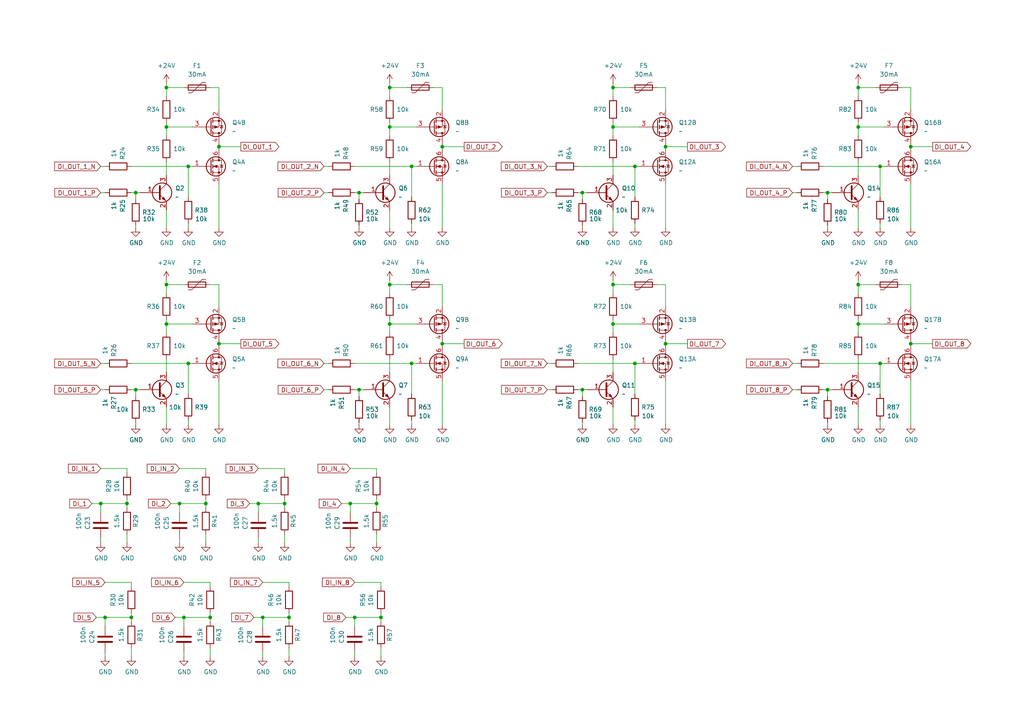
<source format=kicad_sch>
(kicad_sch (version 20230121) (generator eeschema)
  (paper "A4")
  (junction (at 52.07 146.05))
  (junction (at 101.6 146.05))
  (junction (at 53.34 179.07))
  (junction (at 54.61 105.41))
  (junction (at 248.92 82.55))
  (junction (at 264.16 42.545))
  (junction (at 82.55 146.05))
  (junction (at 36.83 146.05))
  (junction (at 74.93 146.05))
  (junction (at 177.8 25.4))
  (junction (at 39.37 113.03))
  (junction (at 63.5 42.545))
  (junction (at 193.04 99.695))
  (junction (at 60.96 179.07))
  (junction (at 193.04 42.545))
  (junction (at 83.82 179.07))
  (junction (at 128.27 99.695))
  (junction (at 30.48 179.07))
  (junction (at 119.38 48.26))
  (junction (at 248.92 36.83))
  (junction (at 177.8 36.83))
  (junction (at 59.69 146.05))
  (junction (at 184.15 48.26))
  (junction (at 102.87 179.07))
  (junction (at 48.26 93.98))
  (junction (at 177.8 82.55))
  (junction (at 248.92 25.4))
  (junction (at 29.21 146.05))
  (junction (at 248.92 93.98))
  (junction (at 113.03 82.55))
  (junction (at 177.8 93.98))
  (junction (at 113.03 25.4))
  (junction (at 119.38 105.41))
  (junction (at 54.61 48.26))
  (junction (at 76.2 179.07))
  (junction (at 109.22 146.05))
  (junction (at 104.14 113.03))
  (junction (at 48.26 36.83))
  (junction (at 128.27 42.545))
  (junction (at 168.91 113.03))
  (junction (at 104.14 55.88))
  (junction (at 255.27 105.41))
  (junction (at 48.26 82.55))
  (junction (at 255.27 48.26))
  (junction (at 113.03 36.83))
  (junction (at 168.91 55.88))
  (junction (at 48.26 25.4))
  (junction (at 113.03 93.98))
  (junction (at 240.03 113.03))
  (junction (at 38.1 179.07))
  (junction (at 264.16 99.695))
  (junction (at 110.49 179.07))
  (junction (at 63.5 99.695))
  (junction (at 39.37 55.88))
  (junction (at 184.15 105.41))
  (junction (at 240.03 55.88))
  (wire (pts (xy 101.6 135.89) (xy 109.22 135.89)))
  (wire (pts (xy 193.04 99.06) (xy 193.04 99.695)))
  (wire (pts (xy 113.03 92.71) (xy 113.03 93.98)))
  (wire (pts (xy 248.92 93.98) (xy 256.54 93.98)))
  (wire (pts (xy 264.16 99.695) (xy 264.16 100.33)))
  (wire (pts (xy 229.87 55.88) (xy 231.14 55.88)))
  (wire (pts (xy 54.61 48.26) (xy 55.88 48.26)))
  (wire (pts (xy 63.5 42.545) (xy 63.5 43.18)))
  (wire (pts (xy 113.03 35.56) (xy 113.03 36.83)))
  (wire (pts (xy 38.1 105.41) (xy 54.61 105.41)))
  (wire (pts (xy 182.88 82.55) (xy 177.8 82.55)))
  (wire (pts (xy 193.04 110.49) (xy 193.04 123.19)))
  (wire (pts (xy 110.49 179.07) (xy 110.49 177.8)))
  (wire (pts (xy 264.16 99.695) (xy 270.51 99.695)))
  (wire (pts (xy 255.27 48.26) (xy 255.27 57.15)))
  (wire (pts (xy 128.27 99.06) (xy 128.27 99.695)))
  (wire (pts (xy 102.87 55.88) (xy 104.14 55.88)))
  (wire (pts (xy 177.8 60.96) (xy 177.8 66.04)))
  (wire (pts (xy 63.5 53.34) (xy 63.5 66.04)))
  (wire (pts (xy 102.87 181.61) (xy 102.87 179.07)))
  (wire (pts (xy 128.27 99.695) (xy 128.27 100.33)))
  (wire (pts (xy 59.69 135.89) (xy 59.69 137.16)))
  (wire (pts (xy 261.62 82.55) (xy 264.16 82.55)))
  (wire (pts (xy 167.64 113.03) (xy 168.91 113.03)))
  (wire (pts (xy 30.48 190.5) (xy 30.48 189.23)))
  (wire (pts (xy 125.73 82.55) (xy 128.27 82.55)))
  (wire (pts (xy 38.1 48.26) (xy 54.61 48.26)))
  (wire (pts (xy 113.03 60.96) (xy 113.03 66.04)))
  (wire (pts (xy 59.69 147.32) (xy 59.69 146.05)))
  (wire (pts (xy 264.16 42.545) (xy 264.16 43.18)))
  (wire (pts (xy 74.93 148.59) (xy 74.93 146.05)))
  (wire (pts (xy 240.03 55.88) (xy 241.3 55.88)))
  (wire (pts (xy 248.92 46.99) (xy 248.92 50.8)))
  (wire (pts (xy 184.15 48.26) (xy 184.15 57.15)))
  (wire (pts (xy 128.27 42.545) (xy 128.27 43.18)))
  (wire (pts (xy 83.82 179.07) (xy 76.2 179.07)))
  (wire (pts (xy 53.34 181.61) (xy 53.34 179.07)))
  (wire (pts (xy 193.04 99.695) (xy 199.39 99.695)))
  (wire (pts (xy 177.8 104.14) (xy 177.8 107.95)))
  (wire (pts (xy 238.76 105.41) (xy 255.27 105.41)))
  (wire (pts (xy 109.22 146.05) (xy 101.6 146.05)))
  (wire (pts (xy 113.03 36.83) (xy 113.03 39.37)))
  (wire (pts (xy 82.55 146.05) (xy 74.93 146.05)))
  (wire (pts (xy 128.27 110.49) (xy 128.27 123.19)))
  (wire (pts (xy 248.92 60.96) (xy 248.92 66.04)))
  (wire (pts (xy 76.2 181.61) (xy 76.2 179.07)))
  (wire (pts (xy 193.04 99.695) (xy 193.04 100.33)))
  (wire (pts (xy 100.33 179.07) (xy 102.87 179.07)))
  (wire (pts (xy 63.5 82.55) (xy 63.5 88.9)))
  (wire (pts (xy 255.27 121.92) (xy 255.27 123.19)))
  (wire (pts (xy 168.91 113.03) (xy 168.91 114.935)))
  (wire (pts (xy 109.22 157.48) (xy 109.22 154.94)))
  (wire (pts (xy 240.03 122.555) (xy 240.03 123.19)))
  (wire (pts (xy 177.8 81.28) (xy 177.8 82.55)))
  (wire (pts (xy 113.03 104.14) (xy 113.03 107.95)))
  (wire (pts (xy 48.26 104.14) (xy 48.26 107.95)))
  (wire (pts (xy 193.04 53.34) (xy 193.04 66.04)))
  (wire (pts (xy 104.14 113.03) (xy 105.41 113.03)))
  (wire (pts (xy 113.03 25.4) (xy 113.03 27.94)))
  (wire (pts (xy 240.03 65.405) (xy 240.03 66.04)))
  (wire (pts (xy 113.03 93.98) (xy 113.03 96.52)))
  (wire (pts (xy 48.26 118.11) (xy 48.26 123.19)))
  (wire (pts (xy 63.5 99.06) (xy 63.5 99.695)))
  (wire (pts (xy 193.04 82.55) (xy 193.04 88.9)))
  (wire (pts (xy 82.55 157.48) (xy 82.55 154.94)))
  (wire (pts (xy 63.5 41.91) (xy 63.5 42.545)))
  (wire (pts (xy 177.8 46.99) (xy 177.8 50.8)))
  (wire (pts (xy 248.92 82.55) (xy 248.92 85.09)))
  (wire (pts (xy 104.14 122.555) (xy 104.14 123.19)))
  (wire (pts (xy 167.64 48.26) (xy 184.15 48.26)))
  (wire (pts (xy 119.38 64.77) (xy 119.38 66.04)))
  (wire (pts (xy 248.92 35.56) (xy 248.92 36.83)))
  (wire (pts (xy 248.92 93.98) (xy 248.92 96.52)))
  (wire (pts (xy 238.76 48.26) (xy 255.27 48.26)))
  (wire (pts (xy 193.04 41.91) (xy 193.04 42.545)))
  (wire (pts (xy 110.49 168.91) (xy 110.49 170.18)))
  (wire (pts (xy 184.15 64.77) (xy 184.15 66.04)))
  (wire (pts (xy 82.55 146.05) (xy 82.55 144.78)))
  (wire (pts (xy 177.8 25.4) (xy 177.8 27.94)))
  (wire (pts (xy 59.69 146.05) (xy 59.69 144.78)))
  (wire (pts (xy 48.26 35.56) (xy 48.26 36.83)))
  (wire (pts (xy 128.27 25.4) (xy 128.27 31.75)))
  (wire (pts (xy 248.92 81.28) (xy 248.92 82.55)))
  (wire (pts (xy 29.21 148.59) (xy 29.21 146.05)))
  (wire (pts (xy 182.88 25.4) (xy 177.8 25.4)))
  (wire (pts (xy 255.27 48.26) (xy 256.54 48.26)))
  (wire (pts (xy 48.26 25.4) (xy 48.26 27.94)))
  (wire (pts (xy 83.82 168.91) (xy 83.82 170.18)))
  (wire (pts (xy 48.26 36.83) (xy 48.26 39.37)))
  (wire (pts (xy 255.27 105.41) (xy 255.27 114.3)))
  (wire (pts (xy 74.93 135.89) (xy 82.55 135.89)))
  (wire (pts (xy 48.26 24.13) (xy 48.26 25.4)))
  (wire (pts (xy 53.34 82.55) (xy 48.26 82.55)))
  (wire (pts (xy 38.1 190.5) (xy 38.1 187.96)))
  (wire (pts (xy 82.55 135.89) (xy 82.55 137.16)))
  (wire (pts (xy 167.64 105.41) (xy 184.15 105.41)))
  (wire (pts (xy 60.96 168.91) (xy 60.96 170.18)))
  (wire (pts (xy 254 25.4) (xy 248.92 25.4)))
  (wire (pts (xy 29.21 157.48) (xy 29.21 156.21)))
  (wire (pts (xy 38.1 179.07) (xy 30.48 179.07)))
  (wire (pts (xy 54.61 121.92) (xy 54.61 123.19)))
  (wire (pts (xy 60.96 190.5) (xy 60.96 187.96)))
  (wire (pts (xy 27.94 179.07) (xy 30.48 179.07)))
  (wire (pts (xy 110.49 179.07) (xy 102.87 179.07)))
  (wire (pts (xy 83.82 190.5) (xy 83.82 187.96)))
  (wire (pts (xy 128.27 41.91) (xy 128.27 42.545)))
  (wire (pts (xy 118.11 25.4) (xy 113.03 25.4)))
  (wire (pts (xy 48.26 82.55) (xy 48.26 85.09)))
  (wire (pts (xy 229.87 48.26) (xy 231.14 48.26)))
  (wire (pts (xy 48.26 81.28) (xy 48.26 82.55)))
  (wire (pts (xy 238.76 113.03) (xy 240.03 113.03)))
  (wire (pts (xy 113.03 82.55) (xy 113.03 85.09)))
  (wire (pts (xy 48.26 36.83) (xy 55.88 36.83)))
  (wire (pts (xy 168.91 55.88) (xy 170.18 55.88)))
  (wire (pts (xy 177.8 92.71) (xy 177.8 93.98)))
  (wire (pts (xy 109.22 147.32) (xy 109.22 146.05)))
  (wire (pts (xy 128.27 42.545) (xy 134.62 42.545)))
  (wire (pts (xy 184.15 105.41) (xy 184.15 114.3)))
  (wire (pts (xy 26.67 146.05) (xy 29.21 146.05)))
  (wire (pts (xy 102.87 190.5) (xy 102.87 189.23)))
  (wire (pts (xy 264.16 110.49) (xy 264.16 123.19)))
  (wire (pts (xy 63.5 99.695) (xy 69.85 99.695)))
  (wire (pts (xy 264.16 41.91) (xy 264.16 42.545)))
  (wire (pts (xy 264.16 42.545) (xy 270.51 42.545)))
  (wire (pts (xy 177.8 93.98) (xy 177.8 96.52)))
  (wire (pts (xy 39.37 55.88) (xy 40.64 55.88)))
  (wire (pts (xy 60.96 179.07) (xy 60.96 177.8)))
  (wire (pts (xy 168.91 65.405) (xy 168.91 66.04)))
  (wire (pts (xy 54.61 105.41) (xy 55.88 105.41)))
  (wire (pts (xy 38.1 180.34) (xy 38.1 179.07)))
  (wire (pts (xy 177.8 118.11) (xy 177.8 123.19)))
  (wire (pts (xy 113.03 118.11) (xy 113.03 123.19)))
  (wire (pts (xy 102.87 168.91) (xy 110.49 168.91)))
  (wire (pts (xy 63.5 42.545) (xy 69.85 42.545)))
  (wire (pts (xy 102.87 48.26) (xy 119.38 48.26)))
  (wire (pts (xy 38.1 179.07) (xy 38.1 177.8)))
  (wire (pts (xy 104.14 55.88) (xy 105.41 55.88)))
  (wire (pts (xy 177.8 36.83) (xy 177.8 39.37)))
  (wire (pts (xy 29.21 55.88) (xy 30.48 55.88)))
  (wire (pts (xy 76.2 190.5) (xy 76.2 189.23)))
  (wire (pts (xy 30.48 181.61) (xy 30.48 179.07)))
  (wire (pts (xy 29.21 135.89) (xy 36.83 135.89)))
  (wire (pts (xy 158.75 113.03) (xy 160.02 113.03)))
  (wire (pts (xy 167.64 55.88) (xy 168.91 55.88)))
  (wire (pts (xy 193.04 25.4) (xy 193.04 31.75)))
  (wire (pts (xy 60.96 25.4) (xy 63.5 25.4)))
  (wire (pts (xy 168.91 113.03) (xy 170.18 113.03)))
  (wire (pts (xy 125.73 25.4) (xy 128.27 25.4)))
  (wire (pts (xy 128.27 82.55) (xy 128.27 88.9)))
  (wire (pts (xy 255.27 105.41) (xy 256.54 105.41)))
  (wire (pts (xy 119.38 48.26) (xy 120.65 48.26)))
  (wire (pts (xy 50.8 179.07) (xy 53.34 179.07)))
  (wire (pts (xy 264.16 53.34) (xy 264.16 66.04)))
  (wire (pts (xy 193.04 42.545) (xy 193.04 43.18)))
  (wire (pts (xy 54.61 64.77) (xy 54.61 66.04)))
  (wire (pts (xy 29.21 48.26) (xy 30.48 48.26)))
  (wire (pts (xy 101.6 157.48) (xy 101.6 156.21)))
  (wire (pts (xy 229.87 113.03) (xy 231.14 113.03)))
  (wire (pts (xy 36.83 146.05) (xy 29.21 146.05)))
  (wire (pts (xy 93.98 55.88) (xy 95.25 55.88)))
  (wire (pts (xy 113.03 46.99) (xy 113.03 50.8)))
  (wire (pts (xy 119.38 121.92) (xy 119.38 123.19)))
  (wire (pts (xy 184.15 105.41) (xy 185.42 105.41)))
  (wire (pts (xy 128.27 99.695) (xy 134.62 99.695)))
  (wire (pts (xy 48.26 92.71) (xy 48.26 93.98)))
  (wire (pts (xy 248.92 104.14) (xy 248.92 107.95)))
  (wire (pts (xy 60.96 180.34) (xy 60.96 179.07)))
  (wire (pts (xy 158.75 55.88) (xy 160.02 55.88)))
  (wire (pts (xy 54.61 48.26) (xy 54.61 57.15)))
  (wire (pts (xy 60.96 82.55) (xy 63.5 82.55)))
  (wire (pts (xy 119.38 48.26) (xy 119.38 57.15)))
  (wire (pts (xy 48.26 60.96) (xy 48.26 66.04)))
  (wire (pts (xy 248.92 25.4) (xy 248.92 27.94)))
  (wire (pts (xy 261.62 25.4) (xy 264.16 25.4)))
  (wire (pts (xy 240.03 113.03) (xy 241.3 113.03)))
  (wire (pts (xy 52.07 135.89) (xy 59.69 135.89)))
  (wire (pts (xy 59.69 157.48) (xy 59.69 154.94)))
  (wire (pts (xy 101.6 148.59) (xy 101.6 146.05)))
  (wire (pts (xy 104.14 113.03) (xy 104.14 114.935)))
  (wire (pts (xy 240.03 113.03) (xy 240.03 114.935)))
  (wire (pts (xy 184.15 48.26) (xy 185.42 48.26)))
  (wire (pts (xy 168.91 122.555) (xy 168.91 123.19)))
  (wire (pts (xy 248.92 36.83) (xy 248.92 39.37)))
  (wire (pts (xy 248.92 36.83) (xy 256.54 36.83)))
  (wire (pts (xy 264.16 82.55) (xy 264.16 88.9)))
  (wire (pts (xy 190.5 82.55) (xy 193.04 82.55)))
  (wire (pts (xy 254 82.55) (xy 248.92 82.55)))
  (wire (pts (xy 54.61 105.41) (xy 54.61 114.3)))
  (wire (pts (xy 38.1 113.03) (xy 39.37 113.03)))
  (wire (pts (xy 248.92 92.71) (xy 248.92 93.98)))
  (wire (pts (xy 102.87 105.41) (xy 119.38 105.41)))
  (wire (pts (xy 113.03 81.28) (xy 113.03 82.55)))
  (wire (pts (xy 248.92 24.13) (xy 248.92 25.4)))
  (wire (pts (xy 240.03 55.88) (xy 240.03 57.785)))
  (wire (pts (xy 177.8 36.83) (xy 185.42 36.83)))
  (wire (pts (xy 59.69 146.05) (xy 52.07 146.05)))
  (wire (pts (xy 102.87 113.03) (xy 104.14 113.03)))
  (wire (pts (xy 128.27 53.34) (xy 128.27 66.04)))
  (wire (pts (xy 39.37 122.555) (xy 39.37 123.19)))
  (wire (pts (xy 39.37 113.03) (xy 39.37 114.935)))
  (wire (pts (xy 76.2 168.91) (xy 83.82 168.91)))
  (wire (pts (xy 168.91 55.88) (xy 168.91 57.785)))
  (wire (pts (xy 74.93 157.48) (xy 74.93 156.21)))
  (wire (pts (xy 30.48 168.91) (xy 38.1 168.91)))
  (wire (pts (xy 29.21 113.03) (xy 30.48 113.03)))
  (wire (pts (xy 83.82 180.34) (xy 83.82 179.07)))
  (wire (pts (xy 82.55 147.32) (xy 82.55 146.05)))
  (wire (pts (xy 238.76 55.88) (xy 240.03 55.88)))
  (wire (pts (xy 63.5 99.695) (xy 63.5 100.33)))
  (wire (pts (xy 177.8 82.55) (xy 177.8 85.09)))
  (wire (pts (xy 193.04 42.545) (xy 199.39 42.545)))
  (wire (pts (xy 184.15 121.92) (xy 184.15 123.19)))
  (wire (pts (xy 48.26 93.98) (xy 48.26 96.52)))
  (wire (pts (xy 73.66 179.07) (xy 76.2 179.07)))
  (wire (pts (xy 52.07 148.59) (xy 52.07 146.05)))
  (wire (pts (xy 113.03 93.98) (xy 120.65 93.98)))
  (wire (pts (xy 118.11 82.55) (xy 113.03 82.55)))
  (wire (pts (xy 264.16 99.06) (xy 264.16 99.695)))
  (wire (pts (xy 190.5 25.4) (xy 193.04 25.4)))
  (wire (pts (xy 52.07 157.48) (xy 52.07 156.21)))
  (wire (pts (xy 38.1 168.91) (xy 38.1 170.18)))
  (wire (pts (xy 39.37 55.88) (xy 39.37 57.785)))
  (wire (pts (xy 177.8 35.56) (xy 177.8 36.83)))
  (wire (pts (xy 63.5 25.4) (xy 63.5 31.75)))
  (wire (pts (xy 248.92 118.11) (xy 248.92 123.19)))
  (wire (pts (xy 158.75 105.41) (xy 160.02 105.41)))
  (wire (pts (xy 110.49 190.5) (xy 110.49 187.96)))
  (wire (pts (xy 104.14 55.88) (xy 104.14 57.785)))
  (wire (pts (xy 36.83 157.48) (xy 36.83 154.94)))
  (wire (pts (xy 39.37 113.03) (xy 40.64 113.03)))
  (wire (pts (xy 83.82 179.07) (xy 83.82 177.8)))
  (wire (pts (xy 158.75 48.26) (xy 160.02 48.26)))
  (wire (pts (xy 113.03 24.13) (xy 113.03 25.4)))
  (wire (pts (xy 93.98 113.03) (xy 95.25 113.03)))
  (wire (pts (xy 60.96 179.07) (xy 53.34 179.07)))
  (wire (pts (xy 36.83 146.05) (xy 36.83 144.78)))
  (wire (pts (xy 255.27 64.77) (xy 255.27 66.04)))
  (wire (pts (xy 53.34 25.4) (xy 48.26 25.4)))
  (wire (pts (xy 93.98 48.26) (xy 95.25 48.26)))
  (wire (pts (xy 72.39 146.05) (xy 74.93 146.05)))
  (wire (pts (xy 229.87 105.41) (xy 231.14 105.41)))
  (wire (pts (xy 119.38 105.41) (xy 120.65 105.41)))
  (wire (pts (xy 177.8 93.98) (xy 185.42 93.98)))
  (wire (pts (xy 264.16 25.4) (xy 264.16 31.75)))
  (wire (pts (xy 109.22 146.05) (xy 109.22 144.78)))
  (wire (pts (xy 110.49 180.34) (xy 110.49 179.07)))
  (wire (pts (xy 177.8 24.13) (xy 177.8 25.4)))
  (wire (pts (xy 109.22 135.89) (xy 109.22 137.16)))
  (wire (pts (xy 93.98 105.41) (xy 95.25 105.41)))
  (wire (pts (xy 36.83 147.32) (xy 36.83 146.05)))
  (wire (pts (xy 113.03 36.83) (xy 120.65 36.83)))
  (wire (pts (xy 48.26 93.98) (xy 55.88 93.98)))
  (wire (pts (xy 53.34 168.91) (xy 60.96 168.91)))
  (wire (pts (xy 104.14 65.405) (xy 104.14 66.04)))
  (wire (pts (xy 63.5 110.49) (xy 63.5 123.19)))
  (wire (pts (xy 38.1 55.88) (xy 39.37 55.88)))
  (wire (pts (xy 48.26 46.99) (xy 48.26 50.8)))
  (wire (pts (xy 53.34 190.5) (xy 53.34 189.23)))
  (wire (pts (xy 39.37 65.405) (xy 39.37 66.04)))
  (wire (pts (xy 119.38 105.41) (xy 119.38 114.3)))
  (wire (pts (xy 29.21 105.41) (xy 30.48 105.41)))
  (wire (pts (xy 99.06 146.05) (xy 101.6 146.05)))
  (wire (pts (xy 49.53 146.05) (xy 52.07 146.05)))
  (wire (pts (xy 36.83 135.89) (xy 36.83 137.16)))
  (global_label "DI_OUT_3_N" (shape input) (at 158.75 48.26 180) (property "Intersheetrefs" "${INTERSHEET_REFS}" (effects hide)))
  (global_label "DI_OUT_2_N" (shape input) (at 93.98 48.26 180) (property "Intersheetrefs" "${INTERSHEET_REFS}" (effects hide)))
  (global_label "DI_OUT_8_N" (shape input) (at 229.87 105.41 180) (property "Intersheetrefs" "${INTERSHEET_REFS}" (effects hide)))
  (global_label "DI_OUT_5_P" (shape input) (at 29.21 113.03 180) (property "Intersheetrefs" "${INTERSHEET_REFS}" (effects hide)))
  (global_label "DI_OUT_5_N" (shape input) (at 29.21 105.41 180) (property "Intersheetrefs" "${INTERSHEET_REFS}" (effects hide)))
  (global_label "DI_OUT_1_P" (shape input) (at 29.21 55.88 180) (property "Intersheetrefs" "${INTERSHEET_REFS}" (effects hide)))
  (global_label "DI_1" (shape input) (at 26.67 146.05 180) (property "Intersheetrefs" "${INTERSHEET_REFS}" (effects hide)))
  (global_label "DI_IN_1" (shape input) (at 29.21 135.89 180) (property "Intersheetrefs" "${INTERSHEET_REFS}" (effects hide)))
  (global_label "DI_OUT_6_N" (shape input) (at 93.98 105.41 180) (property "Intersheetrefs" "${INTERSHEET_REFS}" (effects hide)))
  (global_label "DI_3" (shape input) (at 72.39 146.05 180) (property "Intersheetrefs" "${INTERSHEET_REFS}" (effects hide)))
  (global_label "DI_2" (shape input) (at 49.53 146.05 180) (property "Intersheetrefs" "${INTERSHEET_REFS}" (effects hide)))
  (global_label "DI_OUT_7_P" (shape input) (at 158.75 113.03 180) (property "Intersheetrefs" "${INTERSHEET_REFS}" (effects hide)))
  (global_label "DI_8" (shape input) (at 100.33 179.07 180) (property "Intersheetrefs" "${INTERSHEET_REFS}" (effects hide)))
  (global_label "DI_OUT_4_N" (shape input) (at 229.87 48.26 180) (property "Intersheetrefs" "${INTERSHEET_REFS}" (effects hide)))
  (global_label "DI_OUT_2_P" (shape input) (at 93.98 55.88 180) (property "Intersheetrefs" "${INTERSHEET_REFS}" (effects hide)))
  (global_label "DI_6" (shape input) (at 50.8 179.07 180) (property "Intersheetrefs" "${INTERSHEET_REFS}" (effects hide)))
  (global_label "DI_OUT_6" (shape output) (at 134.62 99.695 0) (property "Intersheetrefs" "${INTERSHEET_REFS}" (effects hide)))
  (global_label "DI_IN_5" (shape input) (at 30.48 168.91 180) (property "Intersheetrefs" "${INTERSHEET_REFS}" (effects hide)))
  (global_label "DI_5" (shape input) (at 27.94 179.07 180) (property "Intersheetrefs" "${INTERSHEET_REFS}" (effects hide)))
  (global_label "DI_OUT_4" (shape output) (at 270.51 42.545 0) (property "Intersheetrefs" "${INTERSHEET_REFS}" (effects hide)))
  (global_label "DI_OUT_7_N" (shape input) (at 158.75 105.41 180) (property "Intersheetrefs" "${INTERSHEET_REFS}" (effects hide)))
  (global_label "DI_OUT_7" (shape output) (at 199.39 99.695 0) (property "Intersheetrefs" "${INTERSHEET_REFS}" (effects hide)))
  (global_label "DI_OUT_6_P" (shape input) (at 93.98 113.03 180) (property "Intersheetrefs" "${INTERSHEET_REFS}" (effects hide)))
  (global_label "DI_OUT_1_N" (shape input) (at 29.21 48.26 180) (property "Intersheetrefs" "${INTERSHEET_REFS}" (effects hide)))
  (global_label "DI_IN_8" (shape input) (at 102.87 168.91 180) (property "Intersheetrefs" "${INTERSHEET_REFS}" (effects hide)))
  (global_label "DI_OUT_8_P" (shape input) (at 229.87 113.03 180) (property "Intersheetrefs" "${INTERSHEET_REFS}" (effects hide)))
  (global_label "DI_7" (shape input) (at 73.66 179.07 180) (property "Intersheetrefs" "${INTERSHEET_REFS}" (effects hide)))
  (global_label "DI_IN_4" (shape input) (at 101.6 135.89 180) (property "Intersheetrefs" "${INTERSHEET_REFS}" (effects hide)))
  (global_label "DI_OUT_5" (shape output) (at 69.85 99.695 0) (property "Intersheetrefs" "${INTERSHEET_REFS}" (effects hide)))
  (global_label "DI_OUT_1" (shape output) (at 69.85 42.545 0) (property "Intersheetrefs" "${INTERSHEET_REFS}" (effects hide)))
  (global_label "DI_OUT_3" (shape output) (at 199.39 42.545 0) (property "Intersheetrefs" "${INTERSHEET_REFS}" (effects hide)))
  (global_label "DI_IN_3" (shape input) (at 74.93 135.89 180) (property "Intersheetrefs" "${INTERSHEET_REFS}" (effects hide)))
  (global_label "DI_OUT_2" (shape output) (at 134.62 42.545 0) (property "Intersheetrefs" "${INTERSHEET_REFS}" (effects hide)))
  (global_label "DI_IN_7" (shape input) (at 76.2 168.91 180) (property "Intersheetrefs" "${INTERSHEET_REFS}" (effects hide)))
  (global_label "DI_OUT_3_P" (shape input) (at 158.75 55.88 180) (property "Intersheetrefs" "${INTERSHEET_REFS}" (effects hide)))
  (global_label "DI_IN_6" (shape input) (at 53.34 168.91 180) (property "Intersheetrefs" "${INTERSHEET_REFS}" (effects hide)))
  (global_label "DI_IN_2" (shape input) (at 52.07 135.89 180) (property "Intersheetrefs" "${INTERSHEET_REFS}" (effects hide)))
  (global_label "DI_OUT_4_P" (shape input) (at 229.87 55.88 180) (property "Intersheetrefs" "${INTERSHEET_REFS}" (effects hide)))
  (global_label "DI_4" (shape input) (at 99.06 146.05 180) (property "Intersheetrefs" "${INTERSHEET_REFS}" (effects hide)))
  (global_label "DI_OUT_8" (shape output) (at 270.51 99.695 0) (property "Intersheetrefs" "${INTERSHEET_REFS}" (effects hide)))
  (symbol (lib_id "Device:Polyfuse") (at 121.92 82.55 270) (unit 1)
    (property "Reference" "F4" (at 121.92 76.2 90))
    (property "Value" "30mA" (at 121.92 78.74 90))
    (property "Footprint" "Fuse:Fuse_0603_1608Metric" (effects hide))
    (property "Datasheet" "https://www.mouser.ch/datasheet/2/643/ds-CP-0zcm-series-1313124.pdf" (effects hide))
    (property "Hersteller Nr." "0ZCM0003FF2G" (effects hide))
    (property "Mouser Nr." "530-0ZCM0003FF2G" (effects hide))
  )
  (symbol (lib_id "Device:R") (at 234.95 48.26 90) (unit 1)
    (property "Reference" "R76" (at 236.22 44.45 0))
    (property "Value" "1k" (at 233.68 44.45 0))
    (property "Footprint" "Resistor_SMD:R_0603_1608Metric" (effects hide))
    (property "Datasheet" "https://www.mouser.ch/datasheet/2/447/PYu_RT_1_to_0_01_RoHS_L_12-3003070.pdf" (effects hide))
    (property "Hersteller Nr." "RT0603FRE071KL" (effects hide))
    (property "Mouser Nr." "603-RT0603FRE071KL" (effects hide))
  )
  (symbol (lib_id "power:GND") (at 39.37 66.04 0) (unit 1)
    (property "Reference" "#PWR0196" (effects hide))
    (property "Value" "~" (at 39.497 70.4342 0))
  )
  (symbol (lib_id "power:GND") (at 74.93 157.48 0) (unit 1)
    (property "Reference" "#PWR0161" (effects hide))
    (property "Value" "~" (at 75.057 161.8742 0))
  )
  (symbol (lib_id "power:GND") (at 38.1 190.5 0) (unit 1)
    (property "Reference" "#PWR0155" (effects hide))
    (property "Value" "~" (at 38.227 194.8942 0))
  )
  (symbol (lib_id "Transistor_FET:DMC3071LVT") (at 128.27 105.41 0) (unit 1)
    (property "Reference" "Q9" (at 132.08 104.1399 0) (effects (justify left)))
    (property "Value" "~" (at 132.08 106.6799 0) (effects (justify left)))
    (property "Footprint" "Package_TO_SOT_SMD:SOT-23-6" (effects hide))
    (property "Datasheet" "https://www.diodes.com/assets/Datasheets/DMC3071LVT.pdf" (effects hide))
    (property "Hersteller Nr." "DMC2700UDM-7" (effects hide))
    (property "Mouser Nr." "621-DMC2700UDM-7" (effects hide))
  )
  (symbol (lib_id "Device:C") (at 30.48 185.42 0) (unit 1)
    (property "Reference" "C24" (at 26.67 186.69 90) (effects (justify left)))
    (property "Value" "100n" (at 24.13 186.69 90) (effects (justify left)))
    (property "Footprint" "Capacitor_SMD:C_0603_1608Metric" (effects hide))
    (property "Datasheet" "https://www.mouser.ch/datasheet/2/585/MLCC-1837944.pdf" (effects hide))
    (property "Hersteller Nr." "CL10B104KB8NNWC" (effects hide))
    (property "Mouser Nr." "187-CL10B104KB8NNWC" (effects hide))
  )
  (symbol (lib_id "Device:R") (at 119.38 60.96 180) (unit 1)
    (property "Reference" "R62" (at 123.19 60.96 0))
    (property "Value" "10k" (at 123.19 63.5 0))
    (property "Footprint" "Resistor_SMD:R_0603_1608Metric" (effects hide))
    (property "Datasheet" "https://www.mouser.ch/datasheet/2/447/PYu_RT_1_to_0_01_RoHS_L_12-3003070.pdf" (effects hide))
    (property "Hersteller Nr." "RT0603FRE0710KL" (effects hide))
    (property "Mouser Nr." "603-RT0603FRE0710KL" (effects hide))
  )
  (symbol (lib_id "Device:R") (at 59.69 151.13 0) (unit 1)
    (property "Reference" "R41" (at 62.23 151.13 90))
    (property "Value" "1.5k" (at 56.7436 151.13 90))
    (property "Footprint" "Resistor_SMD:R_0603_1608Metric" (effects hide))
    (property "Datasheet" "https://www.mouser.ch/datasheet/2/447/PYu_RT_1_to_0_01_RoHS_L_12-3003070.pdf" (effects hide))
    (property "Hersteller Nr." "RT0603FRE101K5L" (effects hide))
    (property "Mouser Nr." "603-RT0603FRE101K5L" (effects hide))
  )
  (symbol (lib_id "Device:R") (at 240.03 118.745 180) (unit 1)
    (property "Reference" "R81" (at 243.84 118.745 0))
    (property "Value" "10k" (at 243.84 120.65 0))
    (property "Footprint" "Resistor_SMD:R_0603_1608Metric" (effects hide))
    (property "Datasheet" "https://www.mouser.ch/datasheet/2/447/PYu_RT_1_to_0_01_RoHS_L_12-3003070.pdf" (effects hide))
    (property "Hersteller Nr." "RT0603FRE0710KL" (effects hide))
    (property "Mouser Nr." "603-RT0603FRE0710KL" (effects hide))
  )
  (symbol (lib_id "Device:R") (at 113.03 100.33 0) (unit 1)
    (property "Reference" "R61" (at 109.22 100.33 0))
    (property "Value" "10k" (at 116.84 100.33 0))
    (property "Footprint" "Resistor_SMD:R_0603_1608Metric" (effects hide))
    (property "Datasheet" "https://www.mouser.ch/datasheet/2/447/PYu_RT_1_to_0_01_RoHS_L_12-3003070.pdf" (effects hide))
    (property "Hersteller Nr." "RT0603FRE0710KL" (effects hide))
    (property "Mouser Nr." "603-RT0603FRE0710KL" (effects hide))
  )
  (symbol (lib_id "Device:R") (at 54.61 118.11 180) (unit 1)
    (property "Reference" "R39" (at 58.42 118.11 0))
    (property "Value" "10k" (at 50.8 118.11 0))
    (property "Footprint" "Resistor_SMD:R_0603_1608Metric" (effects hide))
    (property "Datasheet" "https://www.mouser.ch/datasheet/2/447/PYu_RT_1_to_0_01_RoHS_L_12-3003070.pdf" (effects hide))
    (property "Hersteller Nr." "RT0603FRE0710KL" (effects hide))
    (property "Mouser Nr." "603-RT0603FRE0710KL" (effects hide))
  )
  (symbol (lib_id "Device:R") (at 177.8 100.33 0) (unit 1)
    (property "Reference" "R73" (at 173.99 100.33 0))
    (property "Value" "10k" (at 181.61 100.33 0))
    (property "Footprint" "Resistor_SMD:R_0603_1608Metric" (effects hide))
    (property "Datasheet" "https://www.mouser.ch/datasheet/2/447/PYu_RT_1_to_0_01_RoHS_L_12-3003070.pdf" (effects hide))
    (property "Hersteller Nr." "RT0603FRE0710KL" (effects hide))
    (property "Mouser Nr." "603-RT0603FRE0710KL" (effects hide))
  )
  (symbol (lib_id "Transistor_BJT:BC846") (at 175.26 55.88 0) (unit 1)
    (property "Reference" "Q10" (at 180.34 54.6099 0) (effects (justify left)))
    (property "Value" "~" (at 180.34 57.1499 0) (effects (justify left)))
    (property "Footprint" "Package_TO_SOT_SMD:SOT-23" (effects hide))
    (property "Datasheet" "https://assets.nexperia.com/documents/data-sheet/BC846_SER.pdf" (effects hide))
    (property "Hersteller Nr." "BC846A,235" (effects hide))
    (property "Mouser Nr." "771-BC846A235" (effects hide))
  )
  (symbol (lib_id "power:GND") (at 177.8 123.19 0) (unit 1)
    (property "Reference" "#PWR0175" (effects hide))
    (property "Value" "~" (at 177.927 127.5842 0))
  )
  (symbol (lib_id "power:GND") (at 128.27 123.19 0) (unit 1)
    (property "Reference" "#PWR0199" (effects hide))
    (property "Value" "~" (at 128.397 127.5842 0))
  )
  (symbol (lib_id "Device:R") (at 234.95 105.41 90) (unit 1)
    (property "Reference" "R78" (at 236.22 101.6 0))
    (property "Value" "1k" (at 233.68 101.6 0))
    (property "Footprint" "Resistor_SMD:R_0603_1608Metric" (effects hide))
    (property "Datasheet" "https://www.mouser.ch/datasheet/2/447/PYu_RT_1_to_0_01_RoHS_L_12-3003070.pdf" (effects hide))
    (property "Hersteller Nr." "RT0603FRE071KL" (effects hide))
    (property "Mouser Nr." "603-RT0603FRE071KL" (effects hide))
  )
  (symbol (lib_id "Transistor_BJT:BC846") (at 45.72 113.03 0) (unit 1)
    (property "Reference" "Q3" (at 50.8 111.7599 0) (effects (justify left)))
    (property "Value" "~" (at 50.8 114.2999 0) (effects (justify left)))
    (property "Footprint" "Package_TO_SOT_SMD:SOT-23" (effects hide))
    (property "Datasheet" "https://assets.nexperia.com/documents/data-sheet/BC846_SER.pdf" (effects hide))
    (property "Hersteller Nr." "BC846A,235" (effects hide))
    (property "Mouser Nr." "771-BC846A235" (effects hide))
  )
  (symbol (lib_id "Device:R") (at 248.92 100.33 0) (unit 1)
    (property "Reference" "R85" (at 245.11 100.33 0))
    (property "Value" "10k" (at 252.73 100.33 0))
    (property "Footprint" "Resistor_SMD:R_0603_1608Metric" (effects hide))
    (property "Datasheet" "https://www.mouser.ch/datasheet/2/447/PYu_RT_1_to_0_01_RoHS_L_12-3003070.pdf" (effects hide))
    (property "Hersteller Nr." "RT0603FRE0710KL" (effects hide))
    (property "Mouser Nr." "603-RT0603FRE0710KL" (effects hide))
  )
  (symbol (lib_id "Device:R") (at 99.06 105.41 90) (unit 1)
    (property "Reference" "R50" (at 100.33 101.6 0))
    (property "Value" "1k" (at 97.79 101.6 0))
    (property "Footprint" "Resistor_SMD:R_0603_1608Metric" (effects hide))
    (property "Datasheet" "https://www.mouser.ch/datasheet/2/447/PYu_RT_1_to_0_01_RoHS_L_12-3003070.pdf" (effects hide))
    (property "Hersteller Nr." "RT0603FRE071KL" (effects hide))
    (property "Mouser Nr." "603-RT0603FRE071KL" (effects hide))
  )
  (symbol (lib_id "power:GND") (at 177.8 66.04 0) (unit 1)
    (property "Reference" "#PWR0203" (effects hide))
    (property "Value" "~" (at 177.927 70.4342 0))
  )
  (symbol (lib_id "Device:R") (at 48.26 43.18 0) (unit 1)
    (property "Reference" "R35" (at 44.45 43.18 0))
    (property "Value" "10k" (at 52.07 43.18 0))
    (property "Footprint" "Resistor_SMD:R_0603_1608Metric" (effects hide))
    (property "Datasheet" "https://www.mouser.ch/datasheet/2/447/PYu_RT_1_to_0_01_RoHS_L_12-3003070.pdf" (effects hide))
    (property "Hersteller Nr." "RT0603FRE0710KL" (effects hide))
    (property "Mouser Nr." "603-RT0603FRE0710KL" (effects hide))
  )
  (symbol (lib_id "Device:R") (at 177.8 31.75 0) (unit 1)
    (property "Reference" "R70" (at 173.99 31.75 0))
    (property "Value" "10k" (at 181.61 31.75 0))
    (property "Footprint" "Resistor_SMD:R_0603_1608Metric" (effects hide))
    (property "Datasheet" "https://www.mouser.ch/datasheet/2/447/PYu_RT_1_to_0_01_RoHS_L_12-3003070.pdf" (effects hide))
    (property "Hersteller Nr." "RT0603FRE0710KL" (effects hide))
    (property "Mouser Nr." "603-RT0603FRE0710KL" (effects hide))
  )
  (symbol (lib_id "Device:R") (at 104.14 61.595 180) (unit 1)
    (property "Reference" "R52" (at 107.95 61.595 0))
    (property "Value" "10k" (at 107.95 63.5 0))
    (property "Footprint" "Resistor_SMD:R_0603_1608Metric" (effects hide))
    (property "Datasheet" "https://www.mouser.ch/datasheet/2/447/PYu_RT_1_to_0_01_RoHS_L_12-3003070.pdf" (effects hide))
    (property "Hersteller Nr." "RT0603FRE0710KL" (effects hide))
    (property "Mouser Nr." "603-RT0603FRE0710KL" (effects hide))
  )
  (symbol (lib_id "power:GND") (at 264.16 66.04 0) (unit 1)
    (property "Reference" "#PWR0185" (effects hide))
    (property "Value" "~" (at 264.287 70.4342 0))
  )
  (symbol (lib_id "power:GND") (at 240.03 66.04 0) (unit 1)
    (property "Reference" "#PWR0186" (effects hide))
    (property "Value" "~" (at 240.157 70.4342 0))
  )
  (symbol (lib_id "power:GND") (at 110.49 190.5 0) (unit 1)
    (property "Reference" "#PWR0165" (effects hide))
    (property "Value" "~" (at 110.617 194.8942 0))
  )
  (symbol (lib_id "Device:R") (at 54.61 60.96 180) (unit 1)
    (property "Reference" "R38" (at 58.42 60.96 0))
    (property "Value" "10k" (at 58.42 63.5 0))
    (property "Footprint" "Resistor_SMD:R_0603_1608Metric" (effects hide))
    (property "Datasheet" "https://www.mouser.ch/datasheet/2/447/PYu_RT_1_to_0_01_RoHS_L_12-3003070.pdf" (effects hide))
    (property "Hersteller Nr." "RT0603FRE0710KL" (effects hide))
    (property "Mouser Nr." "603-RT0603FRE0710KL" (effects hide))
  )
  (symbol (lib_id "power:GND") (at 52.07 157.48 0) (unit 1)
    (property "Reference" "#PWR0169" (effects hide))
    (property "Value" "~" (at 52.197 161.8742 0))
  )
  (symbol (lib_id "Transistor_BJT:BC846") (at 246.38 113.03 0) (unit 1)
    (property "Reference" "Q15" (at 251.46 111.7599 0) (effects (justify left)))
    (property "Value" "~" (at 251.46 114.2999 0) (effects (justify left)))
    (property "Footprint" "Package_TO_SOT_SMD:SOT-23" (effects hide))
    (property "Datasheet" "https://assets.nexperia.com/documents/data-sheet/BC846_SER.pdf" (effects hide))
    (property "Hersteller Nr." "BC846A,235" (effects hide))
    (property "Mouser Nr." "771-BC846A235" (effects hide))
  )
  (symbol (lib_id "power:+24V") (at 48.26 81.28 0) (unit 1)
    (property "Reference" "#PWR0195" (effects hide))
    (property "Value" "+24V" (at 48.26 76.2 0))
  )
  (symbol (lib_id "Device:R") (at 234.95 113.03 90) (unit 1)
    (property "Reference" "R79" (at 236.22 116.84 0))
    (property "Value" "1k" (at 233.68 116.84 0))
    (property "Footprint" "Resistor_SMD:R_0603_1608Metric" (effects hide))
    (property "Datasheet" "https://www.mouser.ch/datasheet/2/447/PYu_RT_1_to_0_01_RoHS_L_12-3003070.pdf" (effects hide))
    (property "Hersteller Nr." "RT0603FRE071KL" (effects hide))
    (property "Mouser Nr." "603-RT0603FRE071KL" (effects hide))
  )
  (symbol (lib_id "power:GND") (at 248.92 123.19 0) (unit 1)
    (property "Reference" "#PWR0182" (effects hide))
    (property "Value" "~" (at 249.047 127.5842 0))
  )
  (symbol (lib_id "power:GND") (at 48.26 123.19 0) (unit 1)
    (property "Reference" "#PWR0189" (effects hide))
    (property "Value" "~" (at 48.387 127.5842 0))
  )
  (symbol (lib_id "Device:R") (at 184.15 118.11 180) (unit 1)
    (property "Reference" "R75" (at 187.96 118.11 0))
    (property "Value" "10k" (at 187.96 120.65 0))
    (property "Footprint" "Resistor_SMD:R_0603_1608Metric" (effects hide))
    (property "Datasheet" "https://www.mouser.ch/datasheet/2/447/PYu_RT_1_to_0_01_RoHS_L_12-3003070.pdf" (effects hide))
    (property "Hersteller Nr." "RT0603FRE0710KL" (effects hide))
    (property "Mouser Nr." "603-RT0603FRE0710KL" (effects hide))
  )
  (symbol (lib_id "Transistor_FET:DMC3071LVT") (at 193.04 48.26 0) (unit 1)
    (property "Reference" "Q12" (at 196.85 46.9899 0) (effects (justify left)))
    (property "Value" "~" (at 196.85 49.5299 0) (effects (justify left)))
    (property "Footprint" "Package_TO_SOT_SMD:SOT-23-6" (effects hide))
    (property "Datasheet" "https://www.diodes.com/assets/Datasheets/DMC3071LVT.pdf" (effects hide))
    (property "Hersteller Nr." "DMC2700UDM-7" (effects hide))
    (property "Mouser Nr." "621-DMC2700UDM-7" (effects hide))
  )
  (symbol (lib_id "Device:Polyfuse") (at 257.81 25.4 270) (unit 1)
    (property "Reference" "F7" (at 257.81 19.05 90))
    (property "Value" "30mA" (at 257.81 21.59 90))
    (property "Footprint" "Fuse:Fuse_0603_1608Metric" (effects hide))
    (property "Datasheet" "https://www.mouser.ch/datasheet/2/643/ds-CP-0zcm-series-1313124.pdf" (effects hide))
    (property "Hersteller Nr." "0ZCM0003FF2G" (effects hide))
    (property "Mouser Nr." "530-0ZCM0003FF2G" (effects hide))
  )
  (symbol (lib_id "Device:R") (at 83.82 184.15 0) (unit 1)
    (property "Reference" "R47" (at 86.36 184.15 90))
    (property "Value" "1.5k" (at 80.8736 184.15 90))
    (property "Footprint" "Resistor_SMD:R_0603_1608Metric" (effects hide))
    (property "Datasheet" "https://www.mouser.ch/datasheet/2/447/PYu_RT_1_to_0_01_RoHS_L_12-3003070.pdf" (effects hide))
    (property "Hersteller Nr." "RT0603FRE101K5L" (effects hide))
    (property "Mouser Nr." "603-RT0603FRE101K5L" (effects hide))
  )
  (symbol (lib_id "power:GND") (at 255.27 123.19 0) (unit 1)
    (property "Reference" "#PWR0179" (effects hide))
    (property "Value" "~" (at 255.397 127.5842 0))
  )
  (symbol (lib_id "power:GND") (at 248.92 66.04 0) (unit 1)
    (property "Reference" "#PWR0187" (effects hide))
    (property "Value" "~" (at 249.047 70.4342 0))
  )
  (symbol (lib_id "Transistor_FET:DMC3071LVT") (at 193.04 105.41 0) (unit 1)
    (property "Reference" "Q13" (at 196.85 104.1399 0) (effects (justify left)))
    (property "Value" "~" (at 196.85 106.6799 0) (effects (justify left)))
    (property "Footprint" "Package_TO_SOT_SMD:SOT-23-6" (effects hide))
    (property "Datasheet" "https://www.diodes.com/assets/Datasheets/DMC3071LVT.pdf" (effects hide))
    (property "Hersteller Nr." "DMC2700UDM-7" (effects hide))
    (property "Mouser Nr." "621-DMC2700UDM-7" (effects hide))
  )
  (symbol (lib_id "Transistor_BJT:BC846") (at 110.49 55.88 0) (unit 1)
    (property "Reference" "Q6" (at 115.57 54.6099 0) (effects (justify left)))
    (property "Value" "~" (at 115.57 57.1499 0) (effects (justify left)))
    (property "Footprint" "Package_TO_SOT_SMD:SOT-23" (effects hide))
    (property "Datasheet" "https://assets.nexperia.com/documents/data-sheet/BC846_SER.pdf" (effects hide))
    (property "Hersteller Nr." "BC846A,235" (effects hide))
    (property "Mouser Nr." "771-BC846A235" (effects hide))
  )
  (symbol (lib_id "Device:Polyfuse") (at 57.15 82.55 270) (unit 1)
    (property "Reference" "F2" (at 57.15 76.2 90))
    (property "Value" "30mA" (at 57.15 78.74 90))
    (property "Footprint" "Fuse:Fuse_0603_1608Metric" (effects hide))
    (property "Datasheet" "https://www.mouser.ch/datasheet/2/643/ds-CP-0zcm-series-1313124.pdf" (effects hide))
    (property "Hersteller Nr." "0ZCM0003FF2G" (effects hide))
    (property "Mouser Nr." "530-0ZCM0003FF2G" (effects hide))
  )
  (symbol (lib_id "Device:C") (at 102.87 185.42 0) (unit 1)
    (property "Reference" "C30" (at 99.06 186.69 90) (effects (justify left)))
    (property "Value" "100n" (at 96.52 186.69 90) (effects (justify left)))
    (property "Footprint" "Capacitor_SMD:C_0603_1608Metric" (effects hide))
    (property "Datasheet" "https://www.mouser.ch/datasheet/2/585/MLCC-1837944.pdf" (effects hide))
    (property "Hersteller Nr." "CL10B104KB8NNWC" (effects hide))
    (property "Mouser Nr." "187-CL10B104KB8NNWC" (effects hide))
  )
  (symbol (lib_id "Device:R") (at 248.92 88.9 0) (unit 1)
    (property "Reference" "R84" (at 245.11 88.9 0))
    (property "Value" "10k" (at 252.73 88.9 0))
    (property "Footprint" "Resistor_SMD:R_0603_1608Metric" (effects hide))
    (property "Datasheet" "https://www.mouser.ch/datasheet/2/447/PYu_RT_1_to_0_01_RoHS_L_12-3003070.pdf" (effects hide))
    (property "Hersteller Nr." "RT0603FRE0710KL" (effects hide))
    (property "Mouser Nr." "603-RT0603FRE0710KL" (effects hide))
  )
  (symbol (lib_id "Device:C") (at 74.93 152.4 0) (unit 1)
    (property "Reference" "C27" (at 71.12 153.67 90) (effects (justify left)))
    (property "Value" "100n" (at 68.58 153.67 90) (effects (justify left)))
    (property "Footprint" "Capacitor_SMD:C_0603_1608Metric" (effects hide))
    (property "Datasheet" "https://www.mouser.ch/datasheet/2/585/MLCC-1837944.pdf" (effects hide))
    (property "Hersteller Nr." "CL10B104KB8NNWC" (effects hide))
    (property "Mouser Nr." "187-CL10B104KB8NNWC" (effects hide))
  )
  (symbol (lib_id "Device:R") (at 36.83 140.97 0) (unit 1)
    (property "Reference" "R28" (at 31.5722 140.97 90))
    (property "Value" "10k" (at 33.8836 140.97 90))
    (property "Footprint" "Resistor_SMD:R_0603_1608Metric" (effects hide))
    (property "Datasheet" "https://www.mouser.ch/datasheet/2/447/PYu_RT_1_to_0_01_RoHS_L_12-3003070.pdf" (effects hide))
    (property "Hersteller Nr." "RT0603FRE0710KL" (effects hide))
    (property "Mouser Nr." "603-RT0603FRE0710KL" (effects hide))
  )
  (symbol (lib_id "power:+24V") (at 248.92 81.28 0) (unit 1)
    (property "Reference" "#PWR0183" (effects hide))
    (property "Value" "+24V" (at 248.92 76.2 0))
  )
  (symbol (lib_id "Device:R") (at 113.03 43.18 0) (unit 1)
    (property "Reference" "R59" (at 109.22 43.18 0))
    (property "Value" "10k" (at 116.84 43.18 0))
    (property "Footprint" "Resistor_SMD:R_0603_1608Metric" (effects hide))
    (property "Datasheet" "https://www.mouser.ch/datasheet/2/447/PYu_RT_1_to_0_01_RoHS_L_12-3003070.pdf" (effects hide))
    (property "Hersteller Nr." "RT0603FRE0710KL" (effects hide))
    (property "Mouser Nr." "603-RT0603FRE0710KL" (effects hide))
  )
  (symbol (lib_id "Device:R") (at 104.14 118.745 180) (unit 1)
    (property "Reference" "R53" (at 107.95 118.745 0))
    (property "Value" "10k" (at 107.95 120.65 0))
    (property "Footprint" "Resistor_SMD:R_0603_1608Metric" (effects hide))
    (property "Datasheet" "https://www.mouser.ch/datasheet/2/447/PYu_RT_1_to_0_01_RoHS_L_12-3003070.pdf" (effects hide))
    (property "Hersteller Nr." "RT0603FRE0710KL" (effects hide))
    (property "Mouser Nr." "603-RT0603FRE0710KL" (effects hide))
  )
  (symbol (lib_id "power:GND") (at 184.15 66.04 0) (unit 1)
    (property "Reference" "#PWR0172" (effects hide))
    (property "Value" "~" (at 184.277 70.4342 0))
  )
  (symbol (lib_id "Device:Polyfuse") (at 121.92 25.4 270) (unit 1)
    (property "Reference" "F3" (at 121.92 19.05 90))
    (property "Value" "30mA" (at 121.92 21.59 90))
    (property "Footprint" "Fuse:Fuse_0603_1608Metric" (effects hide))
    (property "Datasheet" "https://www.mouser.ch/datasheet/2/643/ds-CP-0zcm-series-1313124.pdf" (effects hide))
    (property "Hersteller Nr." "0ZCM0003FF2G" (effects hide))
    (property "Mouser Nr." "530-0ZCM0003FF2G" (effects hide))
  )
  (symbol (lib_id "power:GND") (at 54.61 123.19 0) (unit 1)
    (property "Reference" "#PWR0188" (effects hide))
    (property "Value" "~" (at 54.737 127.5842 0))
  )
  (symbol (lib_id "Device:C") (at 53.34 185.42 0) (unit 1)
    (property "Reference" "C26" (at 49.53 186.69 90) (effects (justify left)))
    (property "Value" "100n" (at 46.99 186.69 90) (effects (justify left)))
    (property "Footprint" "Capacitor_SMD:C_0603_1608Metric" (effects hide))
    (property "Datasheet" "https://www.mouser.ch/datasheet/2/585/MLCC-1837944.pdf" (effects hide))
    (property "Hersteller Nr." "CL10B104KB8NNWC" (effects hide))
    (property "Mouser Nr." "187-CL10B104KB8NNWC" (effects hide))
  )
  (symbol (lib_id "Device:R") (at 39.37 61.595 180) (unit 1)
    (property "Reference" "R32" (at 43.18 61.595 0))
    (property "Value" "10k" (at 43.18 63.5 0))
    (property "Footprint" "Resistor_SMD:R_0603_1608Metric" (effects hide))
    (property "Datasheet" "https://www.mouser.ch/datasheet/2/447/PYu_RT_1_to_0_01_RoHS_L_12-3003070.pdf" (effects hide))
    (property "Hersteller Nr." "RT0603FRE0710KL" (effects hide))
    (property "Mouser Nr." "603-RT0603FRE0710KL" (effects hide))
  )
  (symbol (lib_id "Device:R") (at 59.69 140.97 0) (unit 1)
    (property "Reference" "R40" (at 54.4322 140.97 90))
    (property "Value" "10k" (at 56.7436 140.97 90))
    (property "Footprint" "Resistor_SMD:R_0603_1608Metric" (effects hide))
    (property "Datasheet" "https://www.mouser.ch/datasheet/2/447/PYu_RT_1_to_0_01_RoHS_L_12-3003070.pdf" (effects hide))
    (property "Hersteller Nr." "RT0603FRE0710KL" (effects hide))
    (property "Mouser Nr." "603-RT0603FRE0710KL" (effects hide))
  )
  (symbol (lib_id "Device:R") (at 34.29 48.26 90) (unit 1)
    (property "Reference" "R24" (at 35.56 44.45 0))
    (property "Value" "1k" (at 33.02 44.45 0))
    (property "Footprint" "Resistor_SMD:R_0603_1608Metric" (effects hide))
    (property "Datasheet" "https://www.mouser.ch/datasheet/2/447/PYu_RT_1_to_0_01_RoHS_L_12-3003070.pdf" (effects hide))
    (property "Hersteller Nr." "RT0603FRE071KL" (effects hide))
    (property "Mouser Nr." "603-RT0603FRE071KL" (effects hide))
  )
  (symbol (lib_id "Device:R") (at 255.27 60.96 180) (unit 1)
    (property "Reference" "R86" (at 259.08 60.96 0))
    (property "Value" "10k" (at 259.08 63.5 0))
    (property "Footprint" "Resistor_SMD:R_0603_1608Metric" (effects hide))
    (property "Datasheet" "https://www.mouser.ch/datasheet/2/447/PYu_RT_1_to_0_01_RoHS_L_12-3003070.pdf" (effects hide))
    (property "Hersteller Nr." "RT0603FRE0710KL" (effects hide))
    (property "Mouser Nr." "603-RT0603FRE0710KL" (effects hide))
  )
  (symbol (lib_id "Device:Polyfuse") (at 186.69 82.55 270) (unit 1)
    (property "Reference" "F6" (at 186.69 76.2 90))
    (property "Value" "30mA" (at 186.69 78.74 90))
    (property "Footprint" "Fuse:Fuse_0603_1608Metric" (effects hide))
    (property "Datasheet" "https://www.mouser.ch/datasheet/2/643/ds-CP-0zcm-series-1313124.pdf" (effects hide))
    (property "Hersteller Nr." "0ZCM0003FF2G" (effects hide))
    (property "Mouser Nr." "530-0ZCM0003FF2G" (effects hide))
  )
  (symbol (lib_id "Device:R") (at 248.92 43.18 0) (unit 1)
    (property "Reference" "R83" (at 245.11 43.18 0))
    (property "Value" "10k" (at 252.73 43.18 0))
    (property "Footprint" "Resistor_SMD:R_0603_1608Metric" (effects hide))
    (property "Datasheet" "https://www.mouser.ch/datasheet/2/447/PYu_RT_1_to_0_01_RoHS_L_12-3003070.pdf" (effects hide))
    (property "Hersteller Nr." "RT0603FRE0710KL" (effects hide))
    (property "Mouser Nr." "603-RT0603FRE0710KL" (effects hide))
  )
  (symbol (lib_id "power:GND") (at 193.04 66.04 0) (unit 1)
    (property "Reference" "#PWR0173" (effects hide))
    (property "Value" "~" (at 193.167 70.4342 0))
  )
  (symbol (lib_id "Device:R") (at 82.55 151.13 0) (unit 1)
    (property "Reference" "R45" (at 85.09 151.13 90))
    (property "Value" "1.5k" (at 79.6036 151.13 90))
    (property "Footprint" "Resistor_SMD:R_0603_1608Metric" (effects hide))
    (property "Datasheet" "https://www.mouser.ch/datasheet/2/447/PYu_RT_1_to_0_01_RoHS_L_12-3003070.pdf" (effects hide))
    (property "Hersteller Nr." "RT0603FRE101K5L" (effects hide))
    (property "Mouser Nr." "603-RT0603FRE101K5L" (effects hide))
  )
  (symbol (lib_id "Device:R") (at 60.96 173.99 0) (unit 1)
    (property "Reference" "R42" (at 55.7022 173.99 90))
    (property "Value" "10k" (at 58.0136 173.99 90))
    (property "Footprint" "Resistor_SMD:R_0603_1608Metric" (effects hide))
    (property "Datasheet" "https://www.mouser.ch/datasheet/2/447/PYu_RT_1_to_0_01_RoHS_L_12-3003070.pdf" (effects hide))
    (property "Hersteller Nr." "RT0603FRE0710KL" (effects hide))
    (property "Mouser Nr." "603-RT0603FRE0710KL" (effects hide))
  )
  (symbol (lib_id "Device:R") (at 168.91 118.745 180) (unit 1)
    (property "Reference" "R69" (at 172.72 118.745 0))
    (property "Value" "10k" (at 172.72 120.65 0))
    (property "Footprint" "Resistor_SMD:R_0603_1608Metric" (effects hide))
    (property "Datasheet" "https://www.mouser.ch/datasheet/2/447/PYu_RT_1_to_0_01_RoHS_L_12-3003070.pdf" (effects hide))
    (property "Hersteller Nr." "RT0603FRE0710KL" (effects hide))
    (property "Mouser Nr." "603-RT0603FRE0710KL" (effects hide))
  )
  (symbol (lib_id "Device:R") (at 39.37 118.745 180) (unit 1)
    (property "Reference" "R33" (at 43.18 118.745 0))
    (property "Value" "10k" (at 35.56 118.745 0))
    (property "Footprint" "Resistor_SMD:R_0603_1608Metric" (effects hide))
    (property "Datasheet" "https://www.mouser.ch/datasheet/2/447/PYu_RT_1_to_0_01_RoHS_L_12-3003070.pdf" (effects hide))
    (property "Hersteller Nr." "RT0603FRE0710KL" (effects hide))
    (property "Mouser Nr." "603-RT0603FRE0710KL" (effects hide))
  )
  (symbol (lib_id "Device:R") (at 82.55 140.97 0) (unit 1)
    (property "Reference" "R44" (at 77.2922 140.97 90))
    (property "Value" "10k" (at 79.6036 140.97 90))
    (property "Footprint" "Resistor_SMD:R_0603_1608Metric" (effects hide))
    (property "Datasheet" "https://www.mouser.ch/datasheet/2/447/PYu_RT_1_to_0_01_RoHS_L_12-3003070.pdf" (effects hide))
    (property "Hersteller Nr." "RT0603FRE0710KL" (effects hide))
    (property "Mouser Nr." "603-RT0603FRE0710KL" (effects hide))
  )
  (symbol (lib_id "Device:C") (at 29.21 152.4 0) (unit 1)
    (property "Reference" "C23" (at 25.4 153.67 90) (effects (justify left)))
    (property "Value" "100n" (at 22.86 153.67 90) (effects (justify left)))
    (property "Footprint" "Capacitor_SMD:C_0603_1608Metric" (effects hide))
    (property "Datasheet" "https://www.mouser.ch/datasheet/2/585/MLCC-1837944.pdf" (effects hide))
    (property "Hersteller Nr." "CL10B104KB8NNWC" (effects hide))
    (property "Mouser Nr." "187-CL10B104KB8NNWC" (effects hide))
  )
  (symbol (lib_id "Device:R") (at 38.1 173.99 0) (unit 1)
    (property "Reference" "R30" (at 32.8422 173.99 90))
    (property "Value" "10k" (at 35.1536 173.99 90))
    (property "Footprint" "Resistor_SMD:R_0603_1608Metric" (effects hide))
    (property "Datasheet" "https://www.mouser.ch/datasheet/2/447/PYu_RT_1_to_0_01_RoHS_L_12-3003070.pdf" (effects hide))
    (property "Hersteller Nr." "RT0603FRE0710KL" (effects hide))
    (property "Mouser Nr." "603-RT0603FRE0710KL" (effects hide))
  )
  (symbol (lib_id "power:GND") (at 113.03 66.04 0) (unit 1)
    (property "Reference" "#PWR0208" (effects hide))
    (property "Value" "~" (at 113.157 70.4342 0))
  )
  (symbol (lib_id "power:GND") (at 36.83 157.48 0) (unit 1)
    (property "Reference" "#PWR0156" (effects hide))
    (property "Value" "~" (at 36.957 161.8742 0))
  )
  (symbol (lib_id "power:GND") (at 109.22 157.48 0) (unit 1)
    (property "Reference" "#PWR0162" (effects hide))
    (property "Value" "~" (at 109.347 161.8742 0))
  )
  (symbol (lib_id "power:GND") (at 168.91 123.19 0) (unit 1)
    (property "Reference" "#PWR0174" (effects hide))
    (property "Value" "~" (at 169.037 127.5842 0))
  )
  (symbol (lib_id "power:GND") (at 104.14 123.19 0) (unit 1)
    (property "Reference" "#PWR0200" (effects hide))
    (property "Value" "~" (at 104.267 127.5842 0))
  )
  (symbol (lib_id "Device:R") (at 163.83 113.03 90) (unit 1)
    (property "Reference" "R67" (at 165.1 116.84 0))
    (property "Value" "1k" (at 162.56 116.84 0))
    (property "Footprint" "Resistor_SMD:R_0603_1608Metric" (effects hide))
    (property "Datasheet" "https://www.mouser.ch/datasheet/2/447/PYu_RT_1_to_0_01_RoHS_L_12-3003070.pdf" (effects hide))
    (property "Hersteller Nr." "RT0603FRE071KL" (effects hide))
    (property "Mouser Nr." "603-RT0603FRE071KL" (effects hide))
  )
  (symbol (lib_id "Device:R") (at 110.49 184.15 0) (unit 1)
    (property "Reference" "R57" (at 113.03 184.15 90))
    (property "Value" "1.5k" (at 107.5436 184.15 90))
    (property "Footprint" "Resistor_SMD:R_0603_1608Metric" (effects hide))
    (property "Datasheet" "https://www.mouser.ch/datasheet/2/447/PYu_RT_1_to_0_01_RoHS_L_12-3003070.pdf" (effects hide))
    (property "Hersteller Nr." "RT0603FRE101K5L" (effects hide))
    (property "Mouser Nr." "603-RT0603FRE101K5L" (effects hide))
  )
  (symbol (lib_id "Device:R") (at 48.26 100.33 0) (unit 1)
    (property "Reference" "R37" (at 44.45 100.33 0))
    (property "Value" "10k" (at 52.07 100.33 0))
    (property "Footprint" "Resistor_SMD:R_0603_1608Metric" (effects hide))
    (property "Datasheet" "https://www.mouser.ch/datasheet/2/447/PYu_RT_1_to_0_01_RoHS_L_12-3003070.pdf" (effects hide))
    (property "Hersteller Nr." "RT0603FRE0710KL" (effects hide))
    (property "Mouser Nr." "603-RT0603FRE0710KL" (effects hide))
  )
  (symbol (lib_id "Device:R") (at 34.29 105.41 90) (unit 1)
    (property "Reference" "R26" (at 33.02 101.6 0))
    (property "Value" "1k" (at 30.48 101.6 0))
    (property "Footprint" "Resistor_SMD:R_0603_1608Metric" (effects hide))
    (property "Datasheet" "https://www.mouser.ch/datasheet/2/447/PYu_RT_1_to_0_01_RoHS_L_12-3003070.pdf" (effects hide))
    (property "Hersteller Nr." "RT0603FRE071KL" (effects hide))
    (property "Mouser Nr." "603-RT0603FRE071KL" (effects hide))
  )
  (symbol (lib_id "Device:R") (at 110.49 173.99 0) (unit 1)
    (property "Reference" "R56" (at 105.2322 173.99 90))
    (property "Value" "10k" (at 107.5436 173.99 90))
    (property "Footprint" "Resistor_SMD:R_0603_1608Metric" (effects hide))
    (property "Datasheet" "https://www.mouser.ch/datasheet/2/447/PYu_RT_1_to_0_01_RoHS_L_12-3003070.pdf" (effects hide))
    (property "Hersteller Nr." "RT0603FRE0710KL" (effects hide))
    (property "Mouser Nr." "603-RT0603FRE0710KL" (effects hide))
  )
  (symbol (lib_id "Device:R") (at 99.06 48.26 90) (unit 1)
    (property "Reference" "R48" (at 100.33 44.45 0))
    (property "Value" "1k" (at 97.79 44.45 0))
    (property "Footprint" "Resistor_SMD:R_0603_1608Metric" (effects hide))
    (property "Datasheet" "https://www.mouser.ch/datasheet/2/447/PYu_RT_1_to_0_01_RoHS_L_12-3003070.pdf" (effects hide))
    (property "Hersteller Nr." "RT0603FRE071KL" (effects hide))
    (property "Mouser Nr." "603-RT0603FRE071KL" (effects hide))
  )
  (symbol (lib_id "Device:R") (at 240.03 61.595 180) (unit 1)
    (property "Reference" "R80" (at 243.84 61.595 0))
    (property "Value" "10k" (at 243.84 63.5 0))
    (property "Footprint" "Resistor_SMD:R_0603_1608Metric" (effects hide))
    (property "Datasheet" "https://www.mouser.ch/datasheet/2/447/PYu_RT_1_to_0_01_RoHS_L_12-3003070.pdf" (effects hide))
    (property "Hersteller Nr." "RT0603FRE0710KL" (effects hide))
    (property "Mouser Nr." "603-RT0603FRE0710KL" (effects hide))
  )
  (symbol (lib_id "power:GND") (at 240.03 123.19 0) (unit 1)
    (property "Reference" "#PWR0181" (effects hide))
    (property "Value" "~" (at 240.157 127.5842 0))
  )
  (symbol (lib_id "Device:R") (at 60.96 184.15 0) (unit 1)
    (property "Reference" "R43" (at 63.5 184.15 90))
    (property "Value" "1.5k" (at 58.0136 184.15 90))
    (property "Footprint" "Resistor_SMD:R_0603_1608Metric" (effects hide))
    (property "Datasheet" "https://www.mouser.ch/datasheet/2/447/PYu_RT_1_to_0_01_RoHS_L_12-3003070.pdf" (effects hide))
    (property "Hersteller Nr." "RT0603FRE101K5L" (effects hide))
    (property "Mouser Nr." "603-RT0603FRE101K5L" (effects hide))
  )
  (symbol (lib_id "Device:Polyfuse") (at 186.69 25.4 270) (unit 1)
    (property "Reference" "F5" (at 186.69 19.05 90))
    (property "Value" "30mA" (at 186.69 21.59 90))
    (property "Footprint" "Fuse:Fuse_0603_1608Metric" (effects hide))
    (property "Datasheet" "https://www.mouser.ch/datasheet/2/643/ds-CP-0zcm-series-1313124.pdf" (effects hide))
    (property "Hersteller Nr." "0ZCM0003FF2G" (effects hide))
    (property "Mouser Nr." "530-0ZCM0003FF2G" (effects hide))
  )
  (symbol (lib_id "power:GND") (at 101.6 157.48 0) (unit 1)
    (property "Reference" "#PWR0163" (effects hide))
    (property "Value" "~" (at 101.727 161.8742 0))
  )
  (symbol (lib_id "Device:R") (at 113.03 31.75 0) (unit 1)
    (property "Reference" "R58" (at 109.22 31.75 0))
    (property "Value" "10k" (at 116.84 31.75 0))
    (property "Footprint" "Resistor_SMD:R_0603_1608Metric" (effects hide))
    (property "Datasheet" "https://www.mouser.ch/datasheet/2/447/PYu_RT_1_to_0_01_RoHS_L_12-3003070.pdf" (effects hide))
    (property "Hersteller Nr." "RT0603FRE0710KL" (effects hide))
    (property "Mouser Nr." "603-RT0603FRE0710KL" (effects hide))
  )
  (symbol (lib_id "Device:R") (at 83.82 173.99 0) (unit 1)
    (property "Reference" "R46" (at 78.5622 173.99 90))
    (property "Value" "10k" (at 80.8736 173.99 90))
    (property "Footprint" "Resistor_SMD:R_0603_1608Metric" (effects hide))
    (property "Datasheet" "https://www.mouser.ch/datasheet/2/447/PYu_RT_1_to_0_01_RoHS_L_12-3003070.pdf" (effects hide))
    (property "Hersteller Nr." "RT0603FRE0710KL" (effects hide))
    (property "Mouser Nr." "603-RT0603FRE0710KL" (effects hide))
  )
  (symbol (lib_id "Device:R") (at 163.83 48.26 90) (unit 1)
    (property "Reference" "R64" (at 165.1 44.45 0))
    (property "Value" "1k" (at 162.56 44.45 0))
    (property "Footprint" "Resistor_SMD:R_0603_1608Metric" (effects hide))
    (property "Datasheet" "https://www.mouser.ch/datasheet/2/447/PYu_RT_1_to_0_01_RoHS_L_12-3003070.pdf" (effects hide))
    (property "Hersteller Nr." "RT0603FRE071KL" (effects hide))
    (property "Mouser Nr." "603-RT0603FRE071KL" (effects hide))
  )
  (symbol (lib_id "power:GND") (at 59.69 157.48 0) (unit 1)
    (property "Reference" "#PWR0168" (effects hide))
    (property "Value" "~" (at 59.817 161.8742 0))
  )
  (symbol (lib_id "power:GND") (at 184.15 123.19 0) (unit 1)
    (property "Reference" "#PWR0178" (effects hide))
    (property "Value" "~" (at 184.277 127.5842 0))
  )
  (symbol (lib_id "Device:R") (at 99.06 55.88 90) (unit 1)
    (property "Reference" "R49" (at 100.33 59.69 0))
    (property "Value" "1k" (at 97.79 59.69 0))
    (property "Footprint" "Resistor_SMD:R_0603_1608Metric" (effects hide))
    (property "Datasheet" "https://www.mouser.ch/datasheet/2/447/PYu_RT_1_to_0_01_RoHS_L_12-3003070.pdf" (effects hide))
    (property "Hersteller Nr." "RT0603FRE071KL" (effects hide))
    (property "Mouser Nr." "603-RT0603FRE071KL" (effects hide))
  )
  (symbol (lib_id "Device:C") (at 101.6 152.4 0) (unit 1)
    (property "Reference" "C29" (at 97.79 153.67 90) (effects (justify left)))
    (property "Value" "100n" (at 95.25 153.67 90) (effects (justify left)))
    (property "Footprint" "Capacitor_SMD:C_0603_1608Metric" (effects hide))
    (property "Datasheet" "https://www.mouser.ch/datasheet/2/585/MLCC-1837944.pdf" (effects hide))
    (property "Hersteller Nr." "CL10B104KB8NNWC" (effects hide))
    (property "Mouser Nr." "187-CL10B104KB8NNWC" (effects hide))
  )
  (symbol (lib_id "power:GND") (at 119.38 123.19 0) (unit 1)
    (property "Reference" "#PWR0198" (effects hide))
    (property "Value" "~" (at 119.507 127.5842 0))
  )
  (symbol (lib_id "power:GND") (at 53.34 190.5 0) (unit 1)
    (property "Reference" "#PWR0158" (effects hide))
    (property "Value" "~" (at 53.467 194.8942 0))
  )
  (symbol (lib_id "Transistor_FET:DMC3071LVT") (at 193.04 36.83 0) (mirror x) (unit 2)
    (property "Reference" "Q12" (at 196.85 35.5599 0) (effects (justify left)))
    (property "Value" "~" (at 196.85 38.0999 0) (effects (justify left)))
    (property "Footprint" "Package_TO_SOT_SMD:SOT-23-6" (effects hide))
    (property "Datasheet" "https://www.diodes.com/assets/Datasheets/DMC3071LVT.pdf" (effects hide))
    (property "Hersteller Nr." "DMC2700UDM-7" (effects hide))
    (property "Mouser Nr." "621-DMC2700UDM-7" (effects hide))
  )
  (symbol (lib_id "Device:R") (at 99.06 113.03 90) (unit 1)
    (property "Reference" "R51" (at 99.06 116.84 0))
    (property "Value" "1k" (at 96.52 116.84 0))
    (property "Footprint" "Resistor_SMD:R_0603_1608Metric" (effects hide))
    (property "Datasheet" "https://www.mouser.ch/datasheet/2/447/PYu_RT_1_to_0_01_RoHS_L_12-3003070.pdf" (effects hide))
    (property "Hersteller Nr." "RT0603FRE071KL" (effects hide))
    (property "Mouser Nr." "603-RT0603FRE071KL" (effects hide))
  )
  (symbol (lib_id "Transistor_FET:DMC3071LVT") (at 264.16 93.98 0) (mirror x) (unit 2)
    (property "Reference" "Q17" (at 267.97 92.7099 0) (effects (justify left)))
    (property "Value" "~" (at 267.97 95.2499 0) (effects (justify left)))
    (property "Footprint" "Package_TO_SOT_SMD:SOT-23-6" (effects hide))
    (property "Datasheet" "https://www.diodes.com/assets/Datasheets/DMC3071LVT.pdf" (effects hide))
    (property "Hersteller Nr." "DMC2700UDM-7" (effects hide))
    (property "Mouser Nr." "621-DMC2700UDM-7" (effects hide))
  )
  (symbol (lib_id "power:GND") (at 104.14 66.04 0) (unit 1)
    (property "Reference" "#PWR0209" (effects hide))
    (property "Value" "~" (at 104.267 70.4342 0))
  )
  (symbol (lib_id "power:GND") (at 113.03 123.19 0) (unit 1)
    (property "Reference" "#PWR0201" (effects hide))
    (property "Value" "~" (at 113.157 127.5842 0))
  )
  (symbol (lib_id "power:GND") (at 76.2 190.5 0) (unit 1)
    (property "Reference" "#PWR0167" (effects hide))
    (property "Value" "~" (at 76.327 194.8942 0))
  )
  (symbol (lib_id "Device:R") (at 163.83 55.88 90) (unit 1)
    (property "Reference" "R65" (at 165.1 59.69 0))
    (property "Value" "1k" (at 162.56 59.69 0))
    (property "Footprint" "Resistor_SMD:R_0603_1608Metric" (effects hide))
    (property "Datasheet" "https://www.mouser.ch/datasheet/2/447/PYu_RT_1_to_0_01_RoHS_L_12-3003070.pdf" (effects hide))
    (property "Hersteller Nr." "RT0603FRE071KL" (effects hide))
    (property "Mouser Nr." "603-RT0603FRE071KL" (effects hide))
  )
  (symbol (lib_id "power:GND") (at 193.04 123.19 0) (unit 1)
    (property "Reference" "#PWR0177" (effects hide))
    (property "Value" "~" (at 193.167 127.5842 0))
  )
  (symbol (lib_id "Transistor_BJT:BC846") (at 246.38 55.88 0) (unit 1)
    (property "Reference" "Q14" (at 251.46 54.6099 0) (effects (justify left)))
    (property "Value" "~" (at 251.46 57.1499 0) (effects (justify left)))
    (property "Footprint" "Package_TO_SOT_SMD:SOT-23" (effects hide))
    (property "Datasheet" "https://assets.nexperia.com/documents/data-sheet/BC846_SER.pdf" (effects hide))
    (property "Hersteller Nr." "BC846A,235" (effects hide))
    (property "Mouser Nr." "771-BC846A235" (effects hide))
  )
  (symbol (lib_id "Device:R") (at 48.26 31.75 0) (unit 1)
    (property "Reference" "R34" (at 44.45 31.75 0))
    (property "Value" "10k" (at 52.07 31.75 0))
    (property "Footprint" "Resistor_SMD:R_0603_1608Metric" (effects hide))
    (property "Datasheet" "https://www.mouser.ch/datasheet/2/447/PYu_RT_1_to_0_01_RoHS_L_12-3003070.pdf" (effects hide))
    (property "Hersteller Nr." "RT0603FRE0710KL" (effects hide))
    (property "Mouser Nr." "603-RT0603FRE0710KL" (effects hide))
  )
  (symbol (lib_id "power:GND") (at 48.26 66.04 0) (unit 1)
    (property "Reference" "#PWR0191" (effects hide))
    (property "Value" "~" (at 48.387 70.4342 0))
  )
  (symbol (lib_id "power:GND") (at 168.91 66.04 0) (unit 1)
    (property "Reference" "#PWR0204" (effects hide))
    (property "Value" "~" (at 169.037 70.4342 0))
  )
  (symbol (lib_id "power:GND") (at 264.16 123.19 0) (unit 1)
    (property "Reference" "#PWR0180" (effects hide))
    (property "Value" "~" (at 264.287 127.5842 0))
  )
  (symbol (lib_id "power:GND") (at 39.37 123.19 0) (unit 1)
    (property "Reference" "#PWR0190" (effects hide))
    (property "Value" "~" (at 39.497 127.5842 0))
  )
  (symbol (lib_id "Device:C") (at 52.07 152.4 0) (unit 1)
    (property "Reference" "C25" (at 48.26 153.67 90) (effects (justify left)))
    (property "Value" "100n" (at 45.72 153.67 90) (effects (justify left)))
    (property "Footprint" "Capacitor_SMD:C_0603_1608Metric" (effects hide))
    (property "Datasheet" "https://www.mouser.ch/datasheet/2/585/MLCC-1837944.pdf" (effects hide))
    (property "Hersteller Nr." "CL10B104KB8NNWC" (effects hide))
    (property "Mouser Nr." "187-CL10B104KB8NNWC" (effects hide))
  )
  (symbol (lib_id "Device:R") (at 255.27 118.11 180) (unit 1)
    (property "Reference" "R87" (at 259.08 118.11 0))
    (property "Value" "10k" (at 259.08 120.65 0))
    (property "Footprint" "Resistor_SMD:R_0603_1608Metric" (effects hide))
    (property "Datasheet" "https://www.mouser.ch/datasheet/2/447/PYu_RT_1_to_0_01_RoHS_L_12-3003070.pdf" (effects hide))
    (property "Hersteller Nr." "RT0603FRE0710KL" (effects hide))
    (property "Mouser Nr." "603-RT0603FRE0710KL" (effects hide))
  )
  (symbol (lib_id "Device:R") (at 177.8 43.18 0) (unit 1)
    (property "Reference" "R71" (at 173.99 43.18 0))
    (property "Value" "10k" (at 181.61 43.18 0))
    (property "Footprint" "Resistor_SMD:R_0603_1608Metric" (effects hide))
    (property "Datasheet" "https://www.mouser.ch/datasheet/2/447/PYu_RT_1_to_0_01_RoHS_L_12-3003070.pdf" (effects hide))
    (property "Hersteller Nr." "RT0603FRE0710KL" (effects hide))
    (property "Mouser Nr." "603-RT0603FRE0710KL" (effects hide))
  )
  (symbol (lib_id "Device:R") (at 163.83 105.41 90) (unit 1)
    (property "Reference" "R66" (at 165.1 101.6 0))
    (property "Value" "1k" (at 162.56 101.6 0))
    (property "Footprint" "Resistor_SMD:R_0603_1608Metric" (effects hide))
    (property "Datasheet" "https://www.mouser.ch/datasheet/2/447/PYu_RT_1_to_0_01_RoHS_L_12-3003070.pdf" (effects hide))
    (property "Hersteller Nr." "RT0603FRE071KL" (effects hide))
    (property "Mouser Nr." "603-RT0603FRE071KL" (effects hide))
  )
  (symbol (lib_id "power:GND") (at 255.27 66.04 0) (unit 1)
    (property "Reference" "#PWR0184" (effects hide))
    (property "Value" "~" (at 255.397 70.4342 0))
  )
  (symbol (lib_id "power:GND") (at 54.61 66.04 0) (unit 1)
    (property "Reference" "#PWR0192" (effects hide))
    (property "Value" "~" (at 54.737 70.4342 0))
  )
  (symbol (lib_id "power:GND") (at 83.82 190.5 0) (unit 1)
    (property "Reference" "#PWR0166" (effects hide))
    (property "Value" "~" (at 83.947 194.8942 0))
  )
  (symbol (lib_id "Device:R") (at 168.91 61.595 180) (unit 1)
    (property "Reference" "R68" (at 172.72 61.595 0))
    (property "Value" "10k" (at 172.72 63.5 0))
    (property "Footprint" "Resistor_SMD:R_0603_1608Metric" (effects hide))
    (property "Datasheet" "https://www.mouser.ch/datasheet/2/447/PYu_RT_1_to_0_01_RoHS_L_12-3003070.pdf" (effects hide))
    (property "Hersteller Nr." "RT0603FRE0710KL" (effects hide))
    (property "Mouser Nr." "603-RT0603FRE0710KL" (effects hide))
  )
  (symbol (lib_id "power:+24V") (at 113.03 81.28 0) (unit 1)
    (property "Reference" "#PWR0205" (effects hide))
    (property "Value" "+24V" (at 113.03 76.2 0))
  )
  (symbol (lib_id "Device:R") (at 48.26 88.9 0) (unit 1)
    (property "Reference" "R36" (at 44.45 88.9 0))
    (property "Value" "10k" (at 52.07 88.9 0))
    (property "Footprint" "Resistor_SMD:R_0603_1608Metric" (effects hide))
    (property "Datasheet" "https://www.mouser.ch/datasheet/2/447/PYu_RT_1_to_0_01_RoHS_L_12-3003070.pdf" (effects hide))
    (property "Hersteller Nr." "RT0603FRE0710KL" (effects hide))
    (property "Mouser Nr." "603-RT0603FRE0710KL" (effects hide))
  )
  (symbol (lib_id "power:+24V") (at 248.92 24.13 0) (unit 1)
    (property "Reference" "#PWR0170" (effects hide))
    (property "Value" "+24V" (at 248.92 19.05 0))
  )
  (symbol (lib_id "power:GND") (at 82.55 157.48 0) (unit 1)
    (property "Reference" "#PWR0160" (effects hide))
    (property "Value" "~" (at 82.677 161.8742 0))
  )
  (symbol (lib_id "Transistor_FET:DMC3071LVT") (at 63.5 48.26 0) (unit 1)
    (property "Reference" "Q4" (at 67.31 46.9899 0) (effects (justify left)))
    (property "Value" "~" (at 67.31 49.5299 0) (effects (justify left)))
    (property "Footprint" "Package_TO_SOT_SMD:SOT-23-6" (effects hide))
    (property "Datasheet" "https://www.diodes.com/assets/Datasheets/DMC3071LVT.pdf" (effects hide))
    (property "Hersteller Nr." "DMC2700UDM-7" (effects hide))
    (property "Mouser Nr." "621-DMC2700UDM-7" (effects hide))
  )
  (symbol (lib_id "power:+24V") (at 177.8 24.13 0) (unit 1)
    (property "Reference" "#PWR0171" (effects hide))
    (property "Value" "+24V" (at 177.8 19.05 0))
  )
  (symbol (lib_id "Transistor_FET:DMC3071LVT") (at 128.27 36.83 0) (mirror x) (unit 2)
    (property "Reference" "Q8" (at 132.08 35.5599 0) (effects (justify left)))
    (property "Value" "~" (at 132.08 38.0999 0) (effects (justify left)))
    (property "Footprint" "Package_TO_SOT_SMD:SOT-23-6" (effects hide))
    (property "Datasheet" "https://www.diodes.com/assets/Datasheets/DMC3071LVT.pdf" (effects hide))
    (property "Hersteller Nr." "DMC2700UDM-7" (effects hide))
    (property "Mouser Nr." "621-DMC2700UDM-7" (effects hide))
  )
  (symbol (lib_id "power:+24V") (at 177.8 81.28 0) (unit 1)
    (property "Reference" "#PWR0176" (effects hide))
    (property "Value" "+24V" (at 177.8 76.2 0))
  )
  (symbol (lib_id "Device:Polyfuse") (at 57.15 25.4 270) (unit 1)
    (property "Reference" "F1" (at 57.15 19.05 90))
    (property "Value" "30mA" (at 57.15 21.59 90))
    (property "Footprint" "Fuse:Fuse_0603_1608Metric" (effects hide))
    (property "Datasheet" "https://www.mouser.ch/datasheet/2/643/ds-CP-0zcm-series-1313124.pdf" (effects hide))
    (property "Hersteller Nr." "0ZCM0003FF2G" (effects hide))
    (property "Mouser Nr." "530-0ZCM0003FF2G" (effects hide))
  )
  (symbol (lib_id "Transistor_FET:DMC3071LVT") (at 264.16 105.41 0) (unit 1)
    (property "Reference" "Q17" (at 267.97 104.1399 0) (effects (justify left)))
    (property "Value" "~" (at 267.97 106.6799 0) (effects (justify left)))
    (property "Footprint" "Package_TO_SOT_SMD:SOT-23-6" (effects hide))
    (property "Datasheet" "https://www.diodes.com/assets/Datasheets/DMC3071LVT.pdf" (effects hide))
    (property "Hersteller Nr." "DMC2700UDM-7" (effects hide))
    (property "Mouser Nr." "621-DMC2700UDM-7" (effects hide))
  )
  (symbol (lib_id "Transistor_FET:DMC3071LVT") (at 128.27 93.98 0) (mirror x) (unit 2)
    (property "Reference" "Q9" (at 132.08 92.7099 0) (effects (justify left)))
    (property "Value" "~" (at 132.08 95.2499 0) (effects (justify left)))
    (property "Footprint" "Package_TO_SOT_SMD:SOT-23-6" (effects hide))
    (property "Datasheet" "https://www.diodes.com/assets/Datasheets/DMC3071LVT.pdf" (effects hide))
    (property "Hersteller Nr." "DMC2700UDM-7" (effects hide))
    (property "Mouser Nr." "621-DMC2700UDM-7" (effects hide))
  )
  (symbol (lib_id "Transistor_FET:DMC3071LVT") (at 264.16 48.26 0) (unit 1)
    (property "Reference" "Q16" (at 267.97 46.9899 0) (effects (justify left)))
    (property "Value" "~" (at 267.97 49.5299 0) (effects (justify left)))
    (property "Footprint" "Package_TO_SOT_SMD:SOT-23-6" (effects hide))
    (property "Datasheet" "https://www.diodes.com/assets/Datasheets/DMC3071LVT.pdf" (effects hide))
    (property "Hersteller Nr." "DMC2700UDM-7" (effects hide))
    (property "Mouser Nr." "621-DMC2700UDM-7" (effects hide))
  )
  (symbol (lib_id "Transistor_BJT:BC846") (at 45.72 55.88 0) (unit 1)
    (property "Reference" "Q2" (at 50.8 54.6099 0) (effects (justify left)))
    (property "Value" "~" (at 50.8 57.1499 0) (effects (justify left)))
    (property "Footprint" "Package_TO_SOT_SMD:SOT-23" (effects hide))
    (property "Datasheet" "https://assets.nexperia.com/documents/data-sheet/BC846_SER.pdf" (effects hide))
    (property "Hersteller Nr." "BC846A,235" (effects hide))
    (property "Mouser Nr." "771-BC846A235" (effects hide))
  )
  (symbol (lib_id "Device:R") (at 248.92 31.75 0) (unit 1)
    (property "Reference" "R82" (at 245.11 31.75 0))
    (property "Value" "10k" (at 252.73 31.75 0))
    (property "Footprint" "Resistor_SMD:R_0603_1608Metric" (effects hide))
    (property "Datasheet" "https://www.mouser.ch/datasheet/2/447/PYu_RT_1_to_0_01_RoHS_L_12-3003070.pdf" (effects hide))
    (property "Hersteller Nr." "RT0603FRE0710KL" (effects hide))
    (property "Mouser Nr." "603-RT0603FRE0710KL" (effects hide))
  )
  (symbol (lib_id "Device:R") (at 113.03 88.9 0) (unit 1)
    (property "Reference" "R60" (at 109.22 88.9 0))
    (property "Value" "10k" (at 116.84 88.9 0))
    (property "Footprint" "Resistor_SMD:R_0603_1608Metric" (effects hide))
    (property "Datasheet" "https://www.mouser.ch/datasheet/2/447/PYu_RT_1_to_0_01_RoHS_L_12-3003070.pdf" (effects hide))
    (property "Hersteller Nr." "RT0603FRE0710KL" (effects hide))
    (property "Mouser Nr." "603-RT0603FRE0710KL" (effects hide))
  )
  (symbol (lib_id "power:GND") (at 60.96 190.5 0) (unit 1)
    (property "Reference" "#PWR0159" (effects hide))
    (property "Value" "~" (at 61.087 194.8942 0))
  )
  (symbol (lib_id "Transistor_FET:DMC3071LVT") (at 264.16 36.83 0) (mirror x) (unit 2)
    (property "Reference" "Q16" (at 267.97 35.5599 0) (effects (justify left)))
    (property "Value" "~" (at 267.97 38.0999 0) (effects (justify left)))
    (property "Footprint" "Package_TO_SOT_SMD:SOT-23-6" (effects hide))
    (property "Datasheet" "https://www.diodes.com/assets/Datasheets/DMC3071LVT.pdf" (effects hide))
    (property "Hersteller Nr." "DMC2700UDM-7" (effects hide))
    (property "Mouser Nr." "621-DMC2700UDM-7" (effects hide))
  )
  (symbol (lib_id "Device:R") (at 38.1 184.15 0) (unit 1)
    (property "Reference" "R31" (at 40.64 184.15 90))
    (property "Value" "1.5k" (at 35.1536 184.15 90))
    (property "Footprint" "Resistor_SMD:R_0603_1608Metric" (effects hide))
    (property "Datasheet" "https://www.mouser.ch/datasheet/2/447/PYu_RT_1_to_0_01_RoHS_L_12-3003070.pdf" (effects hide))
    (property "Hersteller Nr." "RT0603FRE101K5L" (effects hide))
    (property "Mouser Nr." "603-RT0603FRE101K5L" (effects hide))
  )
  (symbol (lib_id "Device:R") (at 177.8 88.9 0) (unit 1)
    (property "Reference" "R72" (at 173.99 88.9 0))
    (property "Value" "10k" (at 181.61 88.9 0))
    (property "Footprint" "Resistor_SMD:R_0603_1608Metric" (effects hide))
    (property "Datasheet" "https://www.mouser.ch/datasheet/2/447/PYu_RT_1_to_0_01_RoHS_L_12-3003070.pdf" (effects hide))
    (property "Hersteller Nr." "RT0603FRE0710KL" (effects hide))
    (property "Mouser Nr." "603-RT0603FRE0710KL" (effects hide))
  )
  (symbol (lib_id "power:GND") (at 29.21 157.48 0) (unit 1)
    (property "Reference" "#PWR0157" (effects hide))
    (property "Value" "~" (at 29.337 161.8742 0))
  )
  (symbol (lib_id "Transistor_FET:DMC3071LVT") (at 63.5 93.98 0) (mirror x) (unit 2)
    (property "Reference" "Q5" (at 67.31 92.7099 0) (effects (justify left)))
    (property "Value" "~" (at 67.31 95.2499 0) (effects (justify left)))
    (property "Footprint" "Package_TO_SOT_SMD:SOT-23-6" (effects hide))
    (property "Datasheet" "https://www.diodes.com/assets/Datasheets/DMC3071LVT.pdf" (effects hide))
    (property "Hersteller Nr." "DMC2700UDM-7" (effects hide))
    (property "Mouser Nr." "621-DMC2700UDM-7" (effects hide))
  )
  (symbol (lib_id "Device:R") (at 36.83 151.13 0) (unit 1)
    (property "Reference" "R29" (at 39.37 151.13 90))
    (property "Value" "1.5k" (at 33.8836 151.13 90))
    (property "Footprint" "Resistor_SMD:R_0603_1608Metric" (effects hide))
    (property "Datasheet" "https://www.mouser.ch/datasheet/2/447/PYu_RT_1_to_0_01_RoHS_L_12-3003070.pdf" (effects hide))
    (property "Hersteller Nr." "RT0603FRE101K5L" (effects hide))
    (property "Mouser Nr." "603-RT0603FRE101K5L" (effects hide))
  )
  (symbol (lib_id "power:GND") (at 63.5 123.19 0) (unit 1)
    (property "Reference" "#PWR0197" (effects hide))
    (property "Value" "~" (at 63.627 127.5842 0))
  )
  (symbol (lib_id "Device:R") (at 109.22 140.97 0) (unit 1)
    (property "Reference" "R54" (at 103.9622 140.97 90))
    (property "Value" "10k" (at 106.2736 140.97 90))
    (property "Footprint" "Resistor_SMD:R_0603_1608Metric" (effects hide))
    (property "Datasheet" "https://www.mouser.ch/datasheet/2/447/PYu_RT_1_to_0_01_RoHS_L_12-3003070.pdf" (effects hide))
    (property "Hersteller Nr." "RT0603FRE0710KL" (effects hide))
    (property "Mouser Nr." "603-RT0603FRE0710KL" (effects hide))
  )
  (symbol (lib_id "Device:R") (at 184.15 60.96 180) (unit 1)
    (property "Reference" "R74" (at 187.96 60.96 0))
    (property "Value" "10k" (at 180.34 60.96 0))
    (property "Footprint" "Resistor_SMD:R_0603_1608Metric" (effects hide))
    (property "Datasheet" "https://www.mouser.ch/datasheet/2/447/PYu_RT_1_to_0_01_RoHS_L_12-3003070.pdf" (effects hide))
    (property "Hersteller Nr." "RT0603FRE0710KL" (effects hide))
    (property "Mouser Nr." "603-RT0603FRE0710KL" (effects hide))
  )
  (symbol (lib_id "Device:R") (at 109.22 151.13 0) (unit 1)
    (property "Reference" "R55" (at 111.76 151.13 90))
    (property "Value" "1.5k" (at 106.2736 151.13 90))
    (property "Footprint" "Resistor_SMD:R_0603_1608Metric" (effects hide))
    (property "Datasheet" "https://www.mouser.ch/datasheet/2/447/PYu_RT_1_to_0_01_RoHS_L_12-3003070.pdf" (effects hide))
    (property "Hersteller Nr." "RT0603FRE101K5L" (effects hide))
    (property "Mouser Nr." "603-RT0603FRE101K5L" (effects hide))
  )
  (symbol (lib_id "power:GND") (at 30.48 190.5 0) (unit 1)
    (property "Reference" "#PWR0154" (effects hide))
    (property "Value" "~" (at 30.607 194.8942 0))
  )
  (symbol (lib_id "Device:C") (at 76.2 185.42 0) (unit 1)
    (property "Reference" "C28" (at 72.39 186.69 90) (effects (justify left)))
    (property "Value" "100n" (at 69.85 186.69 90) (effects (justify left)))
    (property "Footprint" "Capacitor_SMD:C_0603_1608Metric" (effects hide))
    (property "Datasheet" "https://www.mouser.ch/datasheet/2/585/MLCC-1837944.pdf" (effects hide))
    (property "Hersteller Nr." "CL10B104KB8NNWC" (effects hide))
    (property "Mouser Nr." "187-CL10B104KB8NNWC" (effects hide))
  )
  (symbol (lib_id "Device:R") (at 34.29 113.03 90) (unit 1)
    (property "Reference" "R27" (at 33.02 116.84 0))
    (property "Value" "1k" (at 30.48 116.84 0))
    (property "Footprint" "Resistor_SMD:R_0603_1608Metric" (effects hide))
    (property "Datasheet" "https://www.mouser.ch/datasheet/2/447/PYu_RT_1_to_0_01_RoHS_L_12-3003070.pdf" (effects hide))
    (property "Hersteller Nr." "RT0603FRE071KL" (effects hide))
    (property "Mouser Nr." "603-RT0603FRE071KL" (effects hide))
  )
  (symbol (lib_id "power:+24V") (at 113.03 24.13 0) (unit 1)
    (property "Reference" "#PWR0202" (effects hide))
    (property "Value" "+24V" (at 113.03 19.05 0))
  )
  (symbol (lib_id "Transistor_FET:DMC3071LVT") (at 128.27 48.26 0) (unit 1)
    (property "Reference" "Q8" (at 132.08 46.9899 0) (effects (justify left)))
    (property "Value" "~" (at 132.08 49.5299 0) (effects (justify left)))
    (property "Footprint" "Package_TO_SOT_SMD:SOT-23-6" (effects hide))
    (property "Datasheet" "https://www.diodes.com/assets/Datasheets/DMC3071LVT.pdf" (effects hide))
    (property "Hersteller Nr." "DMC2700UDM-7" (effects hide))
    (property "Mouser Nr." "621-DMC2700UDM-7" (effects hide))
  )
  (symbol (lib_id "power:GND") (at 102.87 190.5 0) (unit 1)
    (property "Reference" "#PWR0164" (effects hide))
    (property "Value" "~" (at 102.997 194.8942 0))
  )
  (symbol (lib_id "Transistor_FET:DMC3071LVT") (at 63.5 105.41 0) (unit 1)
    (property "Reference" "Q5" (at 67.31 104.1399 0) (effects (justify left)))
    (property "Value" "~" (at 67.31 106.6799 0) (effects (justify left)))
    (property "Footprint" "Package_TO_SOT_SMD:SOT-23-6" (effects hide))
    (property "Datasheet" "https://www.diodes.com/assets/Datasheets/DMC3071LVT.pdf" (effects hide))
    (property "Hersteller Nr." "DMC2700UDM-7" (effects hide))
    (property "Mouser Nr." "621-DMC2700UDM-7" (effects hide))
  )
  (symbol (lib_id "Device:Polyfuse") (at 257.81 82.55 270) (unit 1)
    (property "Reference" "F8" (at 257.81 76.2 90))
    (property "Value" "30mA" (at 257.81 78.74 90))
    (property "Footprint" "Fuse:Fuse_0603_1608Metric" (effects hide))
    (property "Datasheet" "https://www.mouser.ch/datasheet/2/643/ds-CP-0zcm-series-1313124.pdf" (effects hide))
    (property "Hersteller Nr." "0ZCM0003FF2G" (effects hide))
    (property "Mouser Nr." "530-0ZCM0003FF2G" (effects hide))
  )
  (symbol (lib_id "Device:R") (at 119.38 118.11 180) (unit 1)
    (property "Reference" "R63" (at 123.19 118.11 0))
    (property "Value" "10k" (at 123.19 120.65 0))
    (property "Footprint" "Resistor_SMD:R_0603_1608Metric" (effects hide))
    (property "Datasheet" "https://www.mouser.ch/datasheet/2/447/PYu_RT_1_to_0_01_RoHS_L_12-3003070.pdf" (effects hide))
    (property "Hersteller Nr." "RT0603FRE0710KL" (effects hide))
    (property "Mouser Nr." "603-RT0603FRE0710KL" (effects hide))
  )
  (symbol (lib_id "Transistor_FET:DMC3071LVT") (at 193.04 93.98 0) (mirror x) (unit 2)
    (property "Reference" "Q13" (at 196.85 92.7099 0) (effects (justify left)))
    (property "Value" "~" (at 196.85 95.2499 0) (effects (justify left)))
    (property "Footprint" "Package_TO_SOT_SMD:SOT-23-6" (effects hide))
    (property "Datasheet" "https://www.diodes.com/assets/Datasheets/DMC3071LVT.pdf" (effects hide))
    (property "Hersteller Nr." "DMC2700UDM-7" (effects hide))
    (property "Mouser Nr." "621-DMC2700UDM-7" (effects hide))
  )
  (symbol (lib_id "Transistor_BJT:BC846") (at 175.26 113.03 0) (unit 1)
    (property "Reference" "Q11" (at 180.34 111.7599 0) (effects (justify left)))
    (property "Value" "~" (at 180.34 114.2999 0) (effects (justify left)))
    (property "Footprint" "Package_TO_SOT_SMD:SOT-23" (effects hide))
    (property "Datasheet" "https://assets.nexperia.com/documents/data-sheet/BC846_SER.pdf" (effects hide))
    (property "Hersteller Nr." "BC846A,235" (effects hide))
    (property "Mouser Nr." "771-BC846A235" (effects hide))
  )
  (symbol (lib_id "power:+24V") (at 48.26 24.13 0) (unit 1)
    (property "Reference" "#PWR0194" (effects hide))
    (property "Value" "+24V" (at 48.26 19.05 0))
  )
  (symbol (lib_id "Transistor_FET:DMC3071LVT") (at 63.5 36.83 0) (mirror x) (unit 2)
    (property "Reference" "Q4" (at 67.31 35.5599 0) (effects (justify left)))
    (property "Value" "~" (at 67.31 38.0999 0) (effects (justify left)))
    (property "Footprint" "Package_TO_SOT_SMD:SOT-23-6" (effects hide))
    (property "Datasheet" "https://www.diodes.com/assets/Datasheets/DMC3071LVT.pdf" (effects hide))
    (property "Hersteller Nr." "DMC2700UDM-7" (effects hide))
    (property "Mouser Nr." "621-DMC2700UDM-7" (effects hide))
  )
  (symbol (lib_id "Device:R") (at 234.95 55.88 90) (unit 1)
    (property "Reference" "R77" (at 236.22 59.69 0))
    (property "Value" "1k" (at 233.68 59.69 0))
    (property "Footprint" "Resistor_SMD:R_0603_1608Metric" (effects hide))
    (property "Datasheet" "https://www.mouser.ch/datasheet/2/447/PYu_RT_1_to_0_01_RoHS_L_12-3003070.pdf" (effects hide))
    (property "Hersteller Nr." "RT0603FRE071KL" (effects hide))
    (property "Mouser Nr." "603-RT0603FRE071KL" (effects hide))
  )
  (symbol (lib_id "Transistor_BJT:BC846") (at 110.49 113.03 0) (unit 1)
    (property "Reference" "Q7" (at 115.57 111.7599 0) (effects (justify left)))
    (property "Value" "~" (at 115.57 114.2999 0) (effects (justify left)))
    (property "Footprint" "Package_TO_SOT_SMD:SOT-23" (effects hide))
    (property "Datasheet" "https://assets.nexperia.com/documents/data-sheet/BC846_SER.pdf" (effects hide))
    (property "Hersteller Nr." "BC846A,235" (effects hide))
    (property "Mouser Nr." "771-BC846A235" (effects hide))
  )
  (symbol (lib_id "Device:R") (at 34.29 55.88 90) (unit 1)
    (property "Reference" "R25" (at 35.56 59.69 0))
    (property "Value" "1k" (at 33.02 59.69 0))
    (property "Footprint" "Resistor_SMD:R_0603_1608Metric" (effects hide))
    (property "Datasheet" "https://www.mouser.ch/datasheet/2/447/PYu_RT_1_to_0_01_RoHS_L_12-3003070.pdf" (effects hide))
    (property "Hersteller Nr." "RT0603FRE071KL" (effects hide))
    (property "Mouser Nr." "603-RT0603FRE071KL" (effects hide))
  )
  (symbol (lib_id "power:GND") (at 119.38 66.04 0) (unit 1)
    (property "Reference" "#PWR0206" (effects hide))
    (property "Value" "~" (at 119.507 70.4342 0))
  )
  (symbol (lib_id "power:GND") (at 63.5 66.04 0) (unit 1)
    (property "Reference" "#PWR0193" (effects hide))
    (property "Value" "~" (at 63.627 70.4342 0))
  )
  (symbol (lib_id "power:GND") (at 128.27 66.04 0) (unit 1)
    (property "Reference" "#PWR0207" (effects hide))
    (property "Value" "~" (at 128.397 70.4342 0))
  )
)
</source>
